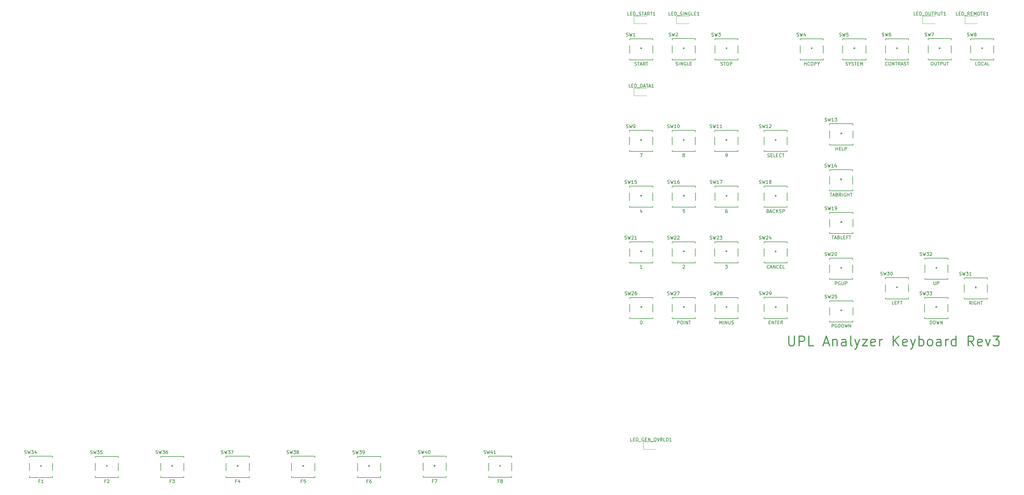
<source format=gbr>
%TF.GenerationSoftware,KiCad,Pcbnew,(5.1.9)-1*%
%TF.CreationDate,2021-03-26T19:35:24+01:00*%
%TF.ProjectId,UPL_Keyboard,55504c5f-4b65-4796-926f-6172642e6b69,2*%
%TF.SameCoordinates,Original*%
%TF.FileFunction,Legend,Top*%
%TF.FilePolarity,Positive*%
%FSLAX46Y46*%
G04 Gerber Fmt 4.6, Leading zero omitted, Abs format (unit mm)*
G04 Created by KiCad (PCBNEW (5.1.9)-1) date 2021-03-26 19:35:24*
%MOMM*%
%LPD*%
G01*
G04 APERTURE LIST*
%ADD10C,0.300000*%
%ADD11C,0.152400*%
%ADD12C,0.120000*%
%ADD13C,0.150000*%
G04 APERTURE END LIST*
D10*
X290160000Y-176917142D02*
X290160000Y-179345714D01*
X290302857Y-179631428D01*
X290445714Y-179774285D01*
X290731428Y-179917142D01*
X291302857Y-179917142D01*
X291588571Y-179774285D01*
X291731428Y-179631428D01*
X291874285Y-179345714D01*
X291874285Y-176917142D01*
X293302857Y-179917142D02*
X293302857Y-176917142D01*
X294445714Y-176917142D01*
X294731428Y-177060000D01*
X294874285Y-177202857D01*
X295017142Y-177488571D01*
X295017142Y-177917142D01*
X294874285Y-178202857D01*
X294731428Y-178345714D01*
X294445714Y-178488571D01*
X293302857Y-178488571D01*
X297731428Y-179917142D02*
X296302857Y-179917142D01*
X296302857Y-176917142D01*
X300874285Y-179060000D02*
X302302857Y-179060000D01*
X300588571Y-179917142D02*
X301588571Y-176917142D01*
X302588571Y-179917142D01*
X303588571Y-177917142D02*
X303588571Y-179917142D01*
X303588571Y-178202857D02*
X303731428Y-178060000D01*
X304017142Y-177917142D01*
X304445714Y-177917142D01*
X304731428Y-178060000D01*
X304874285Y-178345714D01*
X304874285Y-179917142D01*
X307588571Y-179917142D02*
X307588571Y-178345714D01*
X307445714Y-178060000D01*
X307160000Y-177917142D01*
X306588571Y-177917142D01*
X306302857Y-178060000D01*
X307588571Y-179774285D02*
X307302857Y-179917142D01*
X306588571Y-179917142D01*
X306302857Y-179774285D01*
X306160000Y-179488571D01*
X306160000Y-179202857D01*
X306302857Y-178917142D01*
X306588571Y-178774285D01*
X307302857Y-178774285D01*
X307588571Y-178631428D01*
X309445714Y-179917142D02*
X309160000Y-179774285D01*
X309017142Y-179488571D01*
X309017142Y-176917142D01*
X310302857Y-177917142D02*
X311017142Y-179917142D01*
X311731428Y-177917142D02*
X311017142Y-179917142D01*
X310731428Y-180631428D01*
X310588571Y-180774285D01*
X310302857Y-180917142D01*
X312588571Y-177917142D02*
X314160000Y-177917142D01*
X312588571Y-179917142D01*
X314160000Y-179917142D01*
X316445714Y-179774285D02*
X316160000Y-179917142D01*
X315588571Y-179917142D01*
X315302857Y-179774285D01*
X315160000Y-179488571D01*
X315160000Y-178345714D01*
X315302857Y-178060000D01*
X315588571Y-177917142D01*
X316160000Y-177917142D01*
X316445714Y-178060000D01*
X316588571Y-178345714D01*
X316588571Y-178631428D01*
X315160000Y-178917142D01*
X317874285Y-179917142D02*
X317874285Y-177917142D01*
X317874285Y-178488571D02*
X318017142Y-178202857D01*
X318160000Y-178060000D01*
X318445714Y-177917142D01*
X318731428Y-177917142D01*
X322017142Y-179917142D02*
X322017142Y-176917142D01*
X323731428Y-179917142D02*
X322445714Y-178202857D01*
X323731428Y-176917142D02*
X322017142Y-178631428D01*
X326160000Y-179774285D02*
X325874285Y-179917142D01*
X325302857Y-179917142D01*
X325017142Y-179774285D01*
X324874285Y-179488571D01*
X324874285Y-178345714D01*
X325017142Y-178060000D01*
X325302857Y-177917142D01*
X325874285Y-177917142D01*
X326160000Y-178060000D01*
X326302857Y-178345714D01*
X326302857Y-178631428D01*
X324874285Y-178917142D01*
X327302857Y-177917142D02*
X328017142Y-179917142D01*
X328731428Y-177917142D02*
X328017142Y-179917142D01*
X327731428Y-180631428D01*
X327588571Y-180774285D01*
X327302857Y-180917142D01*
X329874285Y-179917142D02*
X329874285Y-176917142D01*
X329874285Y-178060000D02*
X330160000Y-177917142D01*
X330731428Y-177917142D01*
X331017142Y-178060000D01*
X331160000Y-178202857D01*
X331302857Y-178488571D01*
X331302857Y-179345714D01*
X331160000Y-179631428D01*
X331017142Y-179774285D01*
X330731428Y-179917142D01*
X330160000Y-179917142D01*
X329874285Y-179774285D01*
X333017142Y-179917142D02*
X332731428Y-179774285D01*
X332588571Y-179631428D01*
X332445714Y-179345714D01*
X332445714Y-178488571D01*
X332588571Y-178202857D01*
X332731428Y-178060000D01*
X333017142Y-177917142D01*
X333445714Y-177917142D01*
X333731428Y-178060000D01*
X333874285Y-178202857D01*
X334017142Y-178488571D01*
X334017142Y-179345714D01*
X333874285Y-179631428D01*
X333731428Y-179774285D01*
X333445714Y-179917142D01*
X333017142Y-179917142D01*
X336588571Y-179917142D02*
X336588571Y-178345714D01*
X336445714Y-178060000D01*
X336160000Y-177917142D01*
X335588571Y-177917142D01*
X335302857Y-178060000D01*
X336588571Y-179774285D02*
X336302857Y-179917142D01*
X335588571Y-179917142D01*
X335302857Y-179774285D01*
X335160000Y-179488571D01*
X335160000Y-179202857D01*
X335302857Y-178917142D01*
X335588571Y-178774285D01*
X336302857Y-178774285D01*
X336588571Y-178631428D01*
X338017142Y-179917142D02*
X338017142Y-177917142D01*
X338017142Y-178488571D02*
X338160000Y-178202857D01*
X338302857Y-178060000D01*
X338588571Y-177917142D01*
X338874285Y-177917142D01*
X341160000Y-179917142D02*
X341160000Y-176917142D01*
X341160000Y-179774285D02*
X340874285Y-179917142D01*
X340302857Y-179917142D01*
X340017142Y-179774285D01*
X339874285Y-179631428D01*
X339731428Y-179345714D01*
X339731428Y-178488571D01*
X339874285Y-178202857D01*
X340017142Y-178060000D01*
X340302857Y-177917142D01*
X340874285Y-177917142D01*
X341160000Y-178060000D01*
X346588571Y-179917142D02*
X345588571Y-178488571D01*
X344874285Y-179917142D02*
X344874285Y-176917142D01*
X346017142Y-176917142D01*
X346302857Y-177060000D01*
X346445714Y-177202857D01*
X346588571Y-177488571D01*
X346588571Y-177917142D01*
X346445714Y-178202857D01*
X346302857Y-178345714D01*
X346017142Y-178488571D01*
X344874285Y-178488571D01*
X349017142Y-179774285D02*
X348731428Y-179917142D01*
X348160000Y-179917142D01*
X347874285Y-179774285D01*
X347731428Y-179488571D01*
X347731428Y-178345714D01*
X347874285Y-178060000D01*
X348160000Y-177917142D01*
X348731428Y-177917142D01*
X349017142Y-178060000D01*
X349160000Y-178345714D01*
X349160000Y-178631428D01*
X347731428Y-178917142D01*
X350160000Y-177917142D02*
X350874285Y-179917142D01*
X351588571Y-177917142D01*
X352445714Y-176917142D02*
X354302857Y-176917142D01*
X353302857Y-178060000D01*
X353731428Y-178060000D01*
X354017142Y-178202857D01*
X354160000Y-178345714D01*
X354302857Y-178631428D01*
X354302857Y-179345714D01*
X354160000Y-179631428D01*
X354017142Y-179774285D01*
X353731428Y-179917142D01*
X352874285Y-179917142D01*
X352588571Y-179774285D01*
X352445714Y-179631428D01*
D11*
%TO.C,SW41*%
X205690600Y-213991959D02*
X205690600Y-213594200D01*
X205690600Y-217991961D02*
X205690600Y-215648039D01*
X198629400Y-219648041D02*
X198629400Y-220045800D01*
X198629400Y-215648039D02*
X198629400Y-217991961D01*
X198629400Y-213594200D02*
X198629400Y-213991959D01*
X205690600Y-213594200D02*
X198629400Y-213594200D01*
X205690600Y-220045800D02*
X205690600Y-219648041D01*
X198629400Y-220045800D02*
X205690600Y-220045800D01*
%TO.C,SW40*%
X185690600Y-213971959D02*
X185690600Y-213574200D01*
X185690600Y-217971961D02*
X185690600Y-215628039D01*
X178629400Y-219628041D02*
X178629400Y-220025800D01*
X178629400Y-215628039D02*
X178629400Y-217971961D01*
X178629400Y-213574200D02*
X178629400Y-213971959D01*
X185690600Y-213574200D02*
X178629400Y-213574200D01*
X185690600Y-220025800D02*
X185690600Y-219628041D01*
X178629400Y-220025800D02*
X185690600Y-220025800D01*
%TO.C,SW39*%
X165710600Y-214031959D02*
X165710600Y-213634200D01*
X165710600Y-218031961D02*
X165710600Y-215688039D01*
X158649400Y-219688041D02*
X158649400Y-220085800D01*
X158649400Y-215688039D02*
X158649400Y-218031961D01*
X158649400Y-213634200D02*
X158649400Y-214031959D01*
X165710600Y-213634200D02*
X158649400Y-213634200D01*
X165710600Y-220085800D02*
X165710600Y-219688041D01*
X158649400Y-220085800D02*
X165710600Y-220085800D01*
%TO.C,SW38*%
X145630600Y-214011959D02*
X145630600Y-213614200D01*
X145630600Y-218011961D02*
X145630600Y-215668039D01*
X138569400Y-219668041D02*
X138569400Y-220065800D01*
X138569400Y-215668039D02*
X138569400Y-218011961D01*
X138569400Y-213614200D02*
X138569400Y-214011959D01*
X145630600Y-213614200D02*
X138569400Y-213614200D01*
X145630600Y-220065800D02*
X145630600Y-219668041D01*
X138569400Y-220065800D02*
X145630600Y-220065800D01*
%TO.C,SW37*%
X125640600Y-214011959D02*
X125640600Y-213614200D01*
X125640600Y-218011961D02*
X125640600Y-215668039D01*
X118579400Y-219668041D02*
X118579400Y-220065800D01*
X118579400Y-215668039D02*
X118579400Y-218011961D01*
X118579400Y-213614200D02*
X118579400Y-214011959D01*
X125640600Y-213614200D02*
X118579400Y-213614200D01*
X125640600Y-220065800D02*
X125640600Y-219668041D01*
X118579400Y-220065800D02*
X125640600Y-220065800D01*
%TO.C,SW36*%
X105680600Y-214021959D02*
X105680600Y-213624200D01*
X105680600Y-218021961D02*
X105680600Y-215678039D01*
X98619400Y-219678041D02*
X98619400Y-220075800D01*
X98619400Y-215678039D02*
X98619400Y-218021961D01*
X98619400Y-213624200D02*
X98619400Y-214021959D01*
X105680600Y-213624200D02*
X98619400Y-213624200D01*
X105680600Y-220075800D02*
X105680600Y-219678041D01*
X98619400Y-220075800D02*
X105680600Y-220075800D01*
%TO.C,SW35*%
X85730600Y-214021959D02*
X85730600Y-213624200D01*
X85730600Y-218021961D02*
X85730600Y-215678039D01*
X78669400Y-219678041D02*
X78669400Y-220075800D01*
X78669400Y-215678039D02*
X78669400Y-218021961D01*
X78669400Y-213624200D02*
X78669400Y-214021959D01*
X85730600Y-213624200D02*
X78669400Y-213624200D01*
X85730600Y-220075800D02*
X85730600Y-219678041D01*
X78669400Y-220075800D02*
X85730600Y-220075800D01*
%TO.C,SW34*%
X65660600Y-214001959D02*
X65660600Y-213604200D01*
X65660600Y-218001961D02*
X65660600Y-215658039D01*
X58599400Y-219658041D02*
X58599400Y-220055800D01*
X58599400Y-215658039D02*
X58599400Y-218001961D01*
X58599400Y-213604200D02*
X58599400Y-214001959D01*
X65660600Y-213604200D02*
X58599400Y-213604200D01*
X65660600Y-220055800D02*
X65660600Y-219658041D01*
X58599400Y-220055800D02*
X65660600Y-220055800D01*
%TO.C,SW33*%
X338670600Y-165511959D02*
X338670600Y-165114200D01*
X338670600Y-169511961D02*
X338670600Y-167168039D01*
X331609400Y-171168041D02*
X331609400Y-171565800D01*
X331609400Y-167168039D02*
X331609400Y-169511961D01*
X331609400Y-165114200D02*
X331609400Y-165511959D01*
X338670600Y-165114200D02*
X331609400Y-165114200D01*
X338670600Y-171565800D02*
X338670600Y-171168041D01*
X331609400Y-171565800D02*
X338670600Y-171565800D01*
%TO.C,SW32*%
X338690600Y-153531959D02*
X338690600Y-153134200D01*
X338690600Y-157531961D02*
X338690600Y-155188039D01*
X331629400Y-159188041D02*
X331629400Y-159585800D01*
X331629400Y-155188039D02*
X331629400Y-157531961D01*
X331629400Y-153134200D02*
X331629400Y-153531959D01*
X338690600Y-153134200D02*
X331629400Y-153134200D01*
X338690600Y-159585800D02*
X338690600Y-159188041D01*
X331629400Y-159585800D02*
X338690600Y-159585800D01*
%TO.C,SW31*%
X350720600Y-159521959D02*
X350720600Y-159124200D01*
X350720600Y-163521961D02*
X350720600Y-161178039D01*
X343659400Y-165178041D02*
X343659400Y-165575800D01*
X343659400Y-161178039D02*
X343659400Y-163521961D01*
X343659400Y-159124200D02*
X343659400Y-159521959D01*
X350720600Y-159124200D02*
X343659400Y-159124200D01*
X350720600Y-165575800D02*
X350720600Y-165178041D01*
X343659400Y-165575800D02*
X350720600Y-165575800D01*
%TO.C,SW30*%
X326680600Y-159491959D02*
X326680600Y-159094200D01*
X326680600Y-163491961D02*
X326680600Y-161148039D01*
X319619400Y-165148041D02*
X319619400Y-165545800D01*
X319619400Y-161148039D02*
X319619400Y-163491961D01*
X319619400Y-159094200D02*
X319619400Y-159491959D01*
X326680600Y-159094200D02*
X319619400Y-159094200D01*
X326680600Y-165545800D02*
X326680600Y-165148041D01*
X319619400Y-165545800D02*
X326680600Y-165545800D01*
%TO.C,SW29*%
X289700600Y-165501959D02*
X289700600Y-165104200D01*
X289700600Y-169501961D02*
X289700600Y-167158039D01*
X282639400Y-171158041D02*
X282639400Y-171555800D01*
X282639400Y-167158039D02*
X282639400Y-169501961D01*
X282639400Y-165104200D02*
X282639400Y-165501959D01*
X289700600Y-165104200D02*
X282639400Y-165104200D01*
X289700600Y-171555800D02*
X289700600Y-171158041D01*
X282639400Y-171555800D02*
X289700600Y-171555800D01*
%TO.C,SW28*%
X274710600Y-165511959D02*
X274710600Y-165114200D01*
X274710600Y-169511961D02*
X274710600Y-167168039D01*
X267649400Y-171168041D02*
X267649400Y-171565800D01*
X267649400Y-167168039D02*
X267649400Y-169511961D01*
X267649400Y-165114200D02*
X267649400Y-165511959D01*
X274710600Y-165114200D02*
X267649400Y-165114200D01*
X274710600Y-171565800D02*
X274710600Y-171168041D01*
X267649400Y-171565800D02*
X274710600Y-171565800D01*
%TO.C,SW27*%
X261680600Y-165521959D02*
X261680600Y-165124200D01*
X261680600Y-169521961D02*
X261680600Y-167178039D01*
X254619400Y-171178041D02*
X254619400Y-171575800D01*
X254619400Y-167178039D02*
X254619400Y-169521961D01*
X254619400Y-165124200D02*
X254619400Y-165521959D01*
X261680600Y-165124200D02*
X254619400Y-165124200D01*
X261680600Y-171575800D02*
X261680600Y-171178041D01*
X254619400Y-171575800D02*
X261680600Y-171575800D01*
%TO.C,SW26*%
X248720600Y-165511959D02*
X248720600Y-165114200D01*
X248720600Y-169511961D02*
X248720600Y-167168039D01*
X241659400Y-171168041D02*
X241659400Y-171565800D01*
X241659400Y-167168039D02*
X241659400Y-169511961D01*
X241659400Y-165114200D02*
X241659400Y-165511959D01*
X248720600Y-165114200D02*
X241659400Y-165114200D01*
X248720600Y-171565800D02*
X248720600Y-171168041D01*
X241659400Y-171565800D02*
X248720600Y-171565800D01*
%TO.C,SW25*%
X309710600Y-166521959D02*
X309710600Y-166124200D01*
X309710600Y-170521961D02*
X309710600Y-168178039D01*
X302649400Y-172178041D02*
X302649400Y-172575800D01*
X302649400Y-168178039D02*
X302649400Y-170521961D01*
X302649400Y-166124200D02*
X302649400Y-166521959D01*
X309710600Y-166124200D02*
X302649400Y-166124200D01*
X309710600Y-172575800D02*
X309710600Y-172178041D01*
X302649400Y-172575800D02*
X309710600Y-172575800D01*
%TO.C,SW24*%
X289680600Y-148521959D02*
X289680600Y-148124200D01*
X289680600Y-152521961D02*
X289680600Y-150178039D01*
X282619400Y-154178041D02*
X282619400Y-154575800D01*
X282619400Y-150178039D02*
X282619400Y-152521961D01*
X282619400Y-148124200D02*
X282619400Y-148521959D01*
X289680600Y-148124200D02*
X282619400Y-148124200D01*
X289680600Y-154575800D02*
X289680600Y-154178041D01*
X282619400Y-154575800D02*
X289680600Y-154575800D01*
%TO.C,SW23*%
X274670600Y-148511959D02*
X274670600Y-148114200D01*
X274670600Y-152511961D02*
X274670600Y-150168039D01*
X267609400Y-154168041D02*
X267609400Y-154565800D01*
X267609400Y-150168039D02*
X267609400Y-152511961D01*
X267609400Y-148114200D02*
X267609400Y-148511959D01*
X274670600Y-148114200D02*
X267609400Y-148114200D01*
X274670600Y-154565800D02*
X274670600Y-154168041D01*
X267609400Y-154565800D02*
X274670600Y-154565800D01*
%TO.C,SW22*%
X261680600Y-148511959D02*
X261680600Y-148114200D01*
X261680600Y-152511961D02*
X261680600Y-150168039D01*
X254619400Y-154168041D02*
X254619400Y-154565800D01*
X254619400Y-150168039D02*
X254619400Y-152511961D01*
X254619400Y-148114200D02*
X254619400Y-148511959D01*
X261680600Y-148114200D02*
X254619400Y-148114200D01*
X261680600Y-154565800D02*
X261680600Y-154168041D01*
X254619400Y-154565800D02*
X261680600Y-154565800D01*
%TO.C,SW21*%
X248680600Y-148501959D02*
X248680600Y-148104200D01*
X248680600Y-152501961D02*
X248680600Y-150158039D01*
X241619400Y-154158041D02*
X241619400Y-154555800D01*
X241619400Y-150158039D02*
X241619400Y-152501961D01*
X241619400Y-148104200D02*
X241619400Y-148501959D01*
X248680600Y-148104200D02*
X241619400Y-148104200D01*
X248680600Y-154555800D02*
X248680600Y-154158041D01*
X241619400Y-154555800D02*
X248680600Y-154555800D01*
%TO.C,SW20*%
X309670600Y-153521959D02*
X309670600Y-153124200D01*
X309670600Y-157521961D02*
X309670600Y-155178039D01*
X302609400Y-159178041D02*
X302609400Y-159575800D01*
X302609400Y-155178039D02*
X302609400Y-157521961D01*
X302609400Y-153124200D02*
X302609400Y-153521959D01*
X309670600Y-153124200D02*
X302609400Y-153124200D01*
X309670600Y-159575800D02*
X309670600Y-159178041D01*
X302609400Y-159575800D02*
X309670600Y-159575800D01*
%TO.C,SW19*%
X309710600Y-139541959D02*
X309710600Y-139144200D01*
X309710600Y-143541961D02*
X309710600Y-141198039D01*
X302649400Y-145198041D02*
X302649400Y-145595800D01*
X302649400Y-141198039D02*
X302649400Y-143541961D01*
X302649400Y-139144200D02*
X302649400Y-139541959D01*
X309710600Y-139144200D02*
X302649400Y-139144200D01*
X309710600Y-145595800D02*
X309710600Y-145198041D01*
X302649400Y-145595800D02*
X309710600Y-145595800D01*
%TO.C,SW18*%
X289690600Y-131511959D02*
X289690600Y-131114200D01*
X289690600Y-135511961D02*
X289690600Y-133168039D01*
X282629400Y-137168041D02*
X282629400Y-137565800D01*
X282629400Y-133168039D02*
X282629400Y-135511961D01*
X282629400Y-131114200D02*
X282629400Y-131511959D01*
X289690600Y-131114200D02*
X282629400Y-131114200D01*
X289690600Y-137565800D02*
X289690600Y-137168041D01*
X282629400Y-137565800D02*
X289690600Y-137565800D01*
%TO.C,SW17*%
X274690600Y-131521959D02*
X274690600Y-131124200D01*
X274690600Y-135521961D02*
X274690600Y-133178039D01*
X267629400Y-137178041D02*
X267629400Y-137575800D01*
X267629400Y-133178039D02*
X267629400Y-135521961D01*
X267629400Y-131124200D02*
X267629400Y-131521959D01*
X274690600Y-131124200D02*
X267629400Y-131124200D01*
X274690600Y-137575800D02*
X274690600Y-137178041D01*
X267629400Y-137575800D02*
X274690600Y-137575800D01*
%TO.C,SW16*%
X261690600Y-131511959D02*
X261690600Y-131114200D01*
X261690600Y-135511961D02*
X261690600Y-133168039D01*
X254629400Y-137168041D02*
X254629400Y-137565800D01*
X254629400Y-133168039D02*
X254629400Y-135511961D01*
X254629400Y-131114200D02*
X254629400Y-131511959D01*
X261690600Y-131114200D02*
X254629400Y-131114200D01*
X261690600Y-137565800D02*
X261690600Y-137168041D01*
X254629400Y-137565800D02*
X261690600Y-137565800D01*
%TO.C,SW15*%
X248660600Y-131521959D02*
X248660600Y-131124200D01*
X248660600Y-135521961D02*
X248660600Y-133178039D01*
X241599400Y-137178041D02*
X241599400Y-137575800D01*
X241599400Y-133178039D02*
X241599400Y-135521961D01*
X241599400Y-131124200D02*
X241599400Y-131521959D01*
X248660600Y-131124200D02*
X241599400Y-131124200D01*
X248660600Y-137575800D02*
X248660600Y-137178041D01*
X241599400Y-137575800D02*
X248660600Y-137575800D01*
%TO.C,SW14*%
X309640600Y-126501959D02*
X309640600Y-126104200D01*
X309640600Y-130501961D02*
X309640600Y-128158039D01*
X302579400Y-132158041D02*
X302579400Y-132555800D01*
X302579400Y-128158039D02*
X302579400Y-130501961D01*
X302579400Y-126104200D02*
X302579400Y-126501959D01*
X309640600Y-126104200D02*
X302579400Y-126104200D01*
X309640600Y-132555800D02*
X309640600Y-132158041D01*
X302579400Y-132555800D02*
X309640600Y-132555800D01*
%TO.C,SW13*%
X309690600Y-112491959D02*
X309690600Y-112094200D01*
X309690600Y-116491961D02*
X309690600Y-114148039D01*
X302629400Y-118148041D02*
X302629400Y-118545800D01*
X302629400Y-114148039D02*
X302629400Y-116491961D01*
X302629400Y-112094200D02*
X302629400Y-112491959D01*
X309690600Y-112094200D02*
X302629400Y-112094200D01*
X309690600Y-118545800D02*
X309690600Y-118148041D01*
X302629400Y-118545800D02*
X309690600Y-118545800D01*
%TO.C,SW12*%
X289690600Y-114511959D02*
X289690600Y-114114200D01*
X289690600Y-118511961D02*
X289690600Y-116168039D01*
X282629400Y-120168041D02*
X282629400Y-120565800D01*
X282629400Y-116168039D02*
X282629400Y-118511961D01*
X282629400Y-114114200D02*
X282629400Y-114511959D01*
X289690600Y-114114200D02*
X282629400Y-114114200D01*
X289690600Y-120565800D02*
X289690600Y-120168041D01*
X282629400Y-120565800D02*
X289690600Y-120565800D01*
%TO.C,SW11*%
X274670600Y-114491959D02*
X274670600Y-114094200D01*
X274670600Y-118491961D02*
X274670600Y-116148039D01*
X267609400Y-120148041D02*
X267609400Y-120545800D01*
X267609400Y-116148039D02*
X267609400Y-118491961D01*
X267609400Y-114094200D02*
X267609400Y-114491959D01*
X274670600Y-114094200D02*
X267609400Y-114094200D01*
X274670600Y-120545800D02*
X274670600Y-120148041D01*
X267609400Y-120545800D02*
X274670600Y-120545800D01*
%TO.C,SW10*%
X261670600Y-114501959D02*
X261670600Y-114104200D01*
X261670600Y-118501961D02*
X261670600Y-116158039D01*
X254609400Y-120158041D02*
X254609400Y-120555800D01*
X254609400Y-116158039D02*
X254609400Y-118501961D01*
X254609400Y-114104200D02*
X254609400Y-114501959D01*
X261670600Y-114104200D02*
X254609400Y-114104200D01*
X261670600Y-120555800D02*
X261670600Y-120158041D01*
X254609400Y-120555800D02*
X261670600Y-120555800D01*
%TO.C,SW9*%
X248660600Y-114511959D02*
X248660600Y-114114200D01*
X248660600Y-118511961D02*
X248660600Y-116168039D01*
X241599400Y-120168041D02*
X241599400Y-120565800D01*
X241599400Y-116168039D02*
X241599400Y-118511961D01*
X241599400Y-114114200D02*
X241599400Y-114511959D01*
X248660600Y-114114200D02*
X241599400Y-114114200D01*
X248660600Y-120565800D02*
X248660600Y-120168041D01*
X241599400Y-120565800D02*
X248660600Y-120565800D01*
%TO.C,SW8*%
X352670600Y-86511959D02*
X352670600Y-86114200D01*
X352670600Y-90511961D02*
X352670600Y-88168039D01*
X345609400Y-92168041D02*
X345609400Y-92565800D01*
X345609400Y-88168039D02*
X345609400Y-90511961D01*
X345609400Y-86114200D02*
X345609400Y-86511959D01*
X352670600Y-86114200D02*
X345609400Y-86114200D01*
X352670600Y-92565800D02*
X352670600Y-92168041D01*
X345609400Y-92565800D02*
X352670600Y-92565800D01*
%TO.C,SW7*%
X339700600Y-86501959D02*
X339700600Y-86104200D01*
X339700600Y-90501961D02*
X339700600Y-88158039D01*
X332639400Y-92158041D02*
X332639400Y-92555800D01*
X332639400Y-88158039D02*
X332639400Y-90501961D01*
X332639400Y-86104200D02*
X332639400Y-86501959D01*
X339700600Y-86104200D02*
X332639400Y-86104200D01*
X339700600Y-92555800D02*
X339700600Y-92158041D01*
X332639400Y-92555800D02*
X339700600Y-92555800D01*
%TO.C,SW6*%
X326680600Y-86511959D02*
X326680600Y-86114200D01*
X326680600Y-90511961D02*
X326680600Y-88168039D01*
X319619400Y-92168041D02*
X319619400Y-92565800D01*
X319619400Y-88168039D02*
X319619400Y-90511961D01*
X319619400Y-86114200D02*
X319619400Y-86511959D01*
X326680600Y-86114200D02*
X319619400Y-86114200D01*
X326680600Y-92565800D02*
X326680600Y-92168041D01*
X319619400Y-92565800D02*
X326680600Y-92565800D01*
%TO.C,SW5*%
X313670600Y-86531959D02*
X313670600Y-86134200D01*
X313670600Y-90531961D02*
X313670600Y-88188039D01*
X306609400Y-92188041D02*
X306609400Y-92585800D01*
X306609400Y-88188039D02*
X306609400Y-90531961D01*
X306609400Y-86134200D02*
X306609400Y-86531959D01*
X313670600Y-86134200D02*
X306609400Y-86134200D01*
X313670600Y-92585800D02*
X313670600Y-92188041D01*
X306609400Y-92585800D02*
X313670600Y-92585800D01*
%TO.C,SW4*%
X300680600Y-86521959D02*
X300680600Y-86124200D01*
X300680600Y-90521961D02*
X300680600Y-88178039D01*
X293619400Y-92178041D02*
X293619400Y-92575800D01*
X293619400Y-88178039D02*
X293619400Y-90521961D01*
X293619400Y-86124200D02*
X293619400Y-86521959D01*
X300680600Y-86124200D02*
X293619400Y-86124200D01*
X300680600Y-92575800D02*
X300680600Y-92178041D01*
X293619400Y-92575800D02*
X300680600Y-92575800D01*
%TO.C,SW3*%
X274680600Y-86531959D02*
X274680600Y-86134200D01*
X274680600Y-90531961D02*
X274680600Y-88188039D01*
X267619400Y-92188041D02*
X267619400Y-92585800D01*
X267619400Y-88188039D02*
X267619400Y-90531961D01*
X267619400Y-86134200D02*
X267619400Y-86531959D01*
X274680600Y-86134200D02*
X267619400Y-86134200D01*
X274680600Y-92585800D02*
X274680600Y-92188041D01*
X267619400Y-92585800D02*
X274680600Y-92585800D01*
%TO.C,SW2*%
X261670600Y-86501959D02*
X261670600Y-86104200D01*
X261670600Y-90501961D02*
X261670600Y-88158039D01*
X254609400Y-92158041D02*
X254609400Y-92555800D01*
X254609400Y-88158039D02*
X254609400Y-90501961D01*
X254609400Y-86104200D02*
X254609400Y-86501959D01*
X261670600Y-86104200D02*
X254609400Y-86104200D01*
X261670600Y-92555800D02*
X261670600Y-92158041D01*
X254609400Y-92555800D02*
X261670600Y-92555800D01*
%TO.C,SW1*%
X248680600Y-86521959D02*
X248680600Y-86124200D01*
X248680600Y-90521961D02*
X248680600Y-88178039D01*
X241619400Y-92178041D02*
X241619400Y-92575800D01*
X241619400Y-88178039D02*
X241619400Y-90521961D01*
X241619400Y-86124200D02*
X241619400Y-86521959D01*
X248680600Y-86124200D02*
X241619400Y-86124200D01*
X248680600Y-92575800D02*
X248680600Y-92178041D01*
X241619400Y-92575800D02*
X248680600Y-92575800D01*
D12*
%TO.C,LED_START1*%
X242925000Y-81485000D02*
X246810000Y-81485000D01*
X242925000Y-79215000D02*
X242925000Y-81485000D01*
X246810000Y-79215000D02*
X242925000Y-79215000D01*
%TO.C,LED_SINGLE1*%
X255915000Y-81475000D02*
X259800000Y-81475000D01*
X255915000Y-79205000D02*
X255915000Y-81475000D01*
X259800000Y-79205000D02*
X255915000Y-79205000D01*
%TO.C,LED_REMOTE1*%
X343815000Y-81485000D02*
X347700000Y-81485000D01*
X343815000Y-79215000D02*
X343815000Y-81485000D01*
X347700000Y-79215000D02*
X343815000Y-79215000D01*
%TO.C,LED_OUTPUT1*%
X330865000Y-81475000D02*
X334750000Y-81475000D01*
X330865000Y-79205000D02*
X330865000Y-81475000D01*
X334750000Y-79205000D02*
X330865000Y-79205000D01*
%TO.C,LED_GEN_OVRLD1*%
X245835000Y-211485000D02*
X249720000Y-211485000D01*
X245835000Y-209215000D02*
X245835000Y-211485000D01*
X249720000Y-209215000D02*
X245835000Y-209215000D01*
%TO.C,LED_DATA1*%
X242905000Y-103485000D02*
X246790000Y-103485000D01*
X242905000Y-101215000D02*
X242905000Y-103485000D01*
X246790000Y-101215000D02*
X242905000Y-101215000D01*
%TO.C,SW41*%
D13*
X197175476Y-212779761D02*
X197318333Y-212827380D01*
X197556428Y-212827380D01*
X197651666Y-212779761D01*
X197699285Y-212732142D01*
X197746904Y-212636904D01*
X197746904Y-212541666D01*
X197699285Y-212446428D01*
X197651666Y-212398809D01*
X197556428Y-212351190D01*
X197365952Y-212303571D01*
X197270714Y-212255952D01*
X197223095Y-212208333D01*
X197175476Y-212113095D01*
X197175476Y-212017857D01*
X197223095Y-211922619D01*
X197270714Y-211875000D01*
X197365952Y-211827380D01*
X197604047Y-211827380D01*
X197746904Y-211875000D01*
X198080238Y-211827380D02*
X198318333Y-212827380D01*
X198508809Y-212113095D01*
X198699285Y-212827380D01*
X198937380Y-211827380D01*
X199746904Y-212160714D02*
X199746904Y-212827380D01*
X199508809Y-211779761D02*
X199270714Y-212494047D01*
X199889761Y-212494047D01*
X200794523Y-212827380D02*
X200223095Y-212827380D01*
X200508809Y-212827380D02*
X200508809Y-211827380D01*
X200413571Y-211970238D01*
X200318333Y-212065476D01*
X200223095Y-212113095D01*
X201826666Y-221193571D02*
X201493333Y-221193571D01*
X201493333Y-221717380D02*
X201493333Y-220717380D01*
X201969523Y-220717380D01*
X202493333Y-221145952D02*
X202398095Y-221098333D01*
X202350476Y-221050714D01*
X202302857Y-220955476D01*
X202302857Y-220907857D01*
X202350476Y-220812619D01*
X202398095Y-220765000D01*
X202493333Y-220717380D01*
X202683809Y-220717380D01*
X202779047Y-220765000D01*
X202826666Y-220812619D01*
X202874285Y-220907857D01*
X202874285Y-220955476D01*
X202826666Y-221050714D01*
X202779047Y-221098333D01*
X202683809Y-221145952D01*
X202493333Y-221145952D01*
X202398095Y-221193571D01*
X202350476Y-221241190D01*
X202302857Y-221336428D01*
X202302857Y-221526904D01*
X202350476Y-221622142D01*
X202398095Y-221669761D01*
X202493333Y-221717380D01*
X202683809Y-221717380D01*
X202779047Y-221669761D01*
X202826666Y-221622142D01*
X202874285Y-221526904D01*
X202874285Y-221336428D01*
X202826666Y-221241190D01*
X202779047Y-221193571D01*
X202683809Y-221145952D01*
X202160000Y-216272380D02*
X202160000Y-216510476D01*
X201921904Y-216415238D02*
X202160000Y-216510476D01*
X202398095Y-216415238D01*
X202017142Y-216700952D02*
X202160000Y-216510476D01*
X202302857Y-216700952D01*
%TO.C,SW40*%
X177175476Y-212759761D02*
X177318333Y-212807380D01*
X177556428Y-212807380D01*
X177651666Y-212759761D01*
X177699285Y-212712142D01*
X177746904Y-212616904D01*
X177746904Y-212521666D01*
X177699285Y-212426428D01*
X177651666Y-212378809D01*
X177556428Y-212331190D01*
X177365952Y-212283571D01*
X177270714Y-212235952D01*
X177223095Y-212188333D01*
X177175476Y-212093095D01*
X177175476Y-211997857D01*
X177223095Y-211902619D01*
X177270714Y-211855000D01*
X177365952Y-211807380D01*
X177604047Y-211807380D01*
X177746904Y-211855000D01*
X178080238Y-211807380D02*
X178318333Y-212807380D01*
X178508809Y-212093095D01*
X178699285Y-212807380D01*
X178937380Y-211807380D01*
X179746904Y-212140714D02*
X179746904Y-212807380D01*
X179508809Y-211759761D02*
X179270714Y-212474047D01*
X179889761Y-212474047D01*
X180461190Y-211807380D02*
X180556428Y-211807380D01*
X180651666Y-211855000D01*
X180699285Y-211902619D01*
X180746904Y-211997857D01*
X180794523Y-212188333D01*
X180794523Y-212426428D01*
X180746904Y-212616904D01*
X180699285Y-212712142D01*
X180651666Y-212759761D01*
X180556428Y-212807380D01*
X180461190Y-212807380D01*
X180365952Y-212759761D01*
X180318333Y-212712142D01*
X180270714Y-212616904D01*
X180223095Y-212426428D01*
X180223095Y-212188333D01*
X180270714Y-211997857D01*
X180318333Y-211902619D01*
X180365952Y-211855000D01*
X180461190Y-211807380D01*
X181826666Y-221173571D02*
X181493333Y-221173571D01*
X181493333Y-221697380D02*
X181493333Y-220697380D01*
X181969523Y-220697380D01*
X182255238Y-220697380D02*
X182921904Y-220697380D01*
X182493333Y-221697380D01*
X182160000Y-216252380D02*
X182160000Y-216490476D01*
X181921904Y-216395238D02*
X182160000Y-216490476D01*
X182398095Y-216395238D01*
X182017142Y-216680952D02*
X182160000Y-216490476D01*
X182302857Y-216680952D01*
%TO.C,SW39*%
X157195476Y-212819761D02*
X157338333Y-212867380D01*
X157576428Y-212867380D01*
X157671666Y-212819761D01*
X157719285Y-212772142D01*
X157766904Y-212676904D01*
X157766904Y-212581666D01*
X157719285Y-212486428D01*
X157671666Y-212438809D01*
X157576428Y-212391190D01*
X157385952Y-212343571D01*
X157290714Y-212295952D01*
X157243095Y-212248333D01*
X157195476Y-212153095D01*
X157195476Y-212057857D01*
X157243095Y-211962619D01*
X157290714Y-211915000D01*
X157385952Y-211867380D01*
X157624047Y-211867380D01*
X157766904Y-211915000D01*
X158100238Y-211867380D02*
X158338333Y-212867380D01*
X158528809Y-212153095D01*
X158719285Y-212867380D01*
X158957380Y-211867380D01*
X159243095Y-211867380D02*
X159862142Y-211867380D01*
X159528809Y-212248333D01*
X159671666Y-212248333D01*
X159766904Y-212295952D01*
X159814523Y-212343571D01*
X159862142Y-212438809D01*
X159862142Y-212676904D01*
X159814523Y-212772142D01*
X159766904Y-212819761D01*
X159671666Y-212867380D01*
X159385952Y-212867380D01*
X159290714Y-212819761D01*
X159243095Y-212772142D01*
X160338333Y-212867380D02*
X160528809Y-212867380D01*
X160624047Y-212819761D01*
X160671666Y-212772142D01*
X160766904Y-212629285D01*
X160814523Y-212438809D01*
X160814523Y-212057857D01*
X160766904Y-211962619D01*
X160719285Y-211915000D01*
X160624047Y-211867380D01*
X160433571Y-211867380D01*
X160338333Y-211915000D01*
X160290714Y-211962619D01*
X160243095Y-212057857D01*
X160243095Y-212295952D01*
X160290714Y-212391190D01*
X160338333Y-212438809D01*
X160433571Y-212486428D01*
X160624047Y-212486428D01*
X160719285Y-212438809D01*
X160766904Y-212391190D01*
X160814523Y-212295952D01*
X161846666Y-221233571D02*
X161513333Y-221233571D01*
X161513333Y-221757380D02*
X161513333Y-220757380D01*
X161989523Y-220757380D01*
X162799047Y-220757380D02*
X162608571Y-220757380D01*
X162513333Y-220805000D01*
X162465714Y-220852619D01*
X162370476Y-220995476D01*
X162322857Y-221185952D01*
X162322857Y-221566904D01*
X162370476Y-221662142D01*
X162418095Y-221709761D01*
X162513333Y-221757380D01*
X162703809Y-221757380D01*
X162799047Y-221709761D01*
X162846666Y-221662142D01*
X162894285Y-221566904D01*
X162894285Y-221328809D01*
X162846666Y-221233571D01*
X162799047Y-221185952D01*
X162703809Y-221138333D01*
X162513333Y-221138333D01*
X162418095Y-221185952D01*
X162370476Y-221233571D01*
X162322857Y-221328809D01*
X162180000Y-216312380D02*
X162180000Y-216550476D01*
X161941904Y-216455238D02*
X162180000Y-216550476D01*
X162418095Y-216455238D01*
X162037142Y-216740952D02*
X162180000Y-216550476D01*
X162322857Y-216740952D01*
%TO.C,SW38*%
X137115476Y-212799761D02*
X137258333Y-212847380D01*
X137496428Y-212847380D01*
X137591666Y-212799761D01*
X137639285Y-212752142D01*
X137686904Y-212656904D01*
X137686904Y-212561666D01*
X137639285Y-212466428D01*
X137591666Y-212418809D01*
X137496428Y-212371190D01*
X137305952Y-212323571D01*
X137210714Y-212275952D01*
X137163095Y-212228333D01*
X137115476Y-212133095D01*
X137115476Y-212037857D01*
X137163095Y-211942619D01*
X137210714Y-211895000D01*
X137305952Y-211847380D01*
X137544047Y-211847380D01*
X137686904Y-211895000D01*
X138020238Y-211847380D02*
X138258333Y-212847380D01*
X138448809Y-212133095D01*
X138639285Y-212847380D01*
X138877380Y-211847380D01*
X139163095Y-211847380D02*
X139782142Y-211847380D01*
X139448809Y-212228333D01*
X139591666Y-212228333D01*
X139686904Y-212275952D01*
X139734523Y-212323571D01*
X139782142Y-212418809D01*
X139782142Y-212656904D01*
X139734523Y-212752142D01*
X139686904Y-212799761D01*
X139591666Y-212847380D01*
X139305952Y-212847380D01*
X139210714Y-212799761D01*
X139163095Y-212752142D01*
X140353571Y-212275952D02*
X140258333Y-212228333D01*
X140210714Y-212180714D01*
X140163095Y-212085476D01*
X140163095Y-212037857D01*
X140210714Y-211942619D01*
X140258333Y-211895000D01*
X140353571Y-211847380D01*
X140544047Y-211847380D01*
X140639285Y-211895000D01*
X140686904Y-211942619D01*
X140734523Y-212037857D01*
X140734523Y-212085476D01*
X140686904Y-212180714D01*
X140639285Y-212228333D01*
X140544047Y-212275952D01*
X140353571Y-212275952D01*
X140258333Y-212323571D01*
X140210714Y-212371190D01*
X140163095Y-212466428D01*
X140163095Y-212656904D01*
X140210714Y-212752142D01*
X140258333Y-212799761D01*
X140353571Y-212847380D01*
X140544047Y-212847380D01*
X140639285Y-212799761D01*
X140686904Y-212752142D01*
X140734523Y-212656904D01*
X140734523Y-212466428D01*
X140686904Y-212371190D01*
X140639285Y-212323571D01*
X140544047Y-212275952D01*
X141766666Y-221213571D02*
X141433333Y-221213571D01*
X141433333Y-221737380D02*
X141433333Y-220737380D01*
X141909523Y-220737380D01*
X142766666Y-220737380D02*
X142290476Y-220737380D01*
X142242857Y-221213571D01*
X142290476Y-221165952D01*
X142385714Y-221118333D01*
X142623809Y-221118333D01*
X142719047Y-221165952D01*
X142766666Y-221213571D01*
X142814285Y-221308809D01*
X142814285Y-221546904D01*
X142766666Y-221642142D01*
X142719047Y-221689761D01*
X142623809Y-221737380D01*
X142385714Y-221737380D01*
X142290476Y-221689761D01*
X142242857Y-221642142D01*
X142100000Y-216292380D02*
X142100000Y-216530476D01*
X141861904Y-216435238D02*
X142100000Y-216530476D01*
X142338095Y-216435238D01*
X141957142Y-216720952D02*
X142100000Y-216530476D01*
X142242857Y-216720952D01*
%TO.C,SW37*%
X117125476Y-212799761D02*
X117268333Y-212847380D01*
X117506428Y-212847380D01*
X117601666Y-212799761D01*
X117649285Y-212752142D01*
X117696904Y-212656904D01*
X117696904Y-212561666D01*
X117649285Y-212466428D01*
X117601666Y-212418809D01*
X117506428Y-212371190D01*
X117315952Y-212323571D01*
X117220714Y-212275952D01*
X117173095Y-212228333D01*
X117125476Y-212133095D01*
X117125476Y-212037857D01*
X117173095Y-211942619D01*
X117220714Y-211895000D01*
X117315952Y-211847380D01*
X117554047Y-211847380D01*
X117696904Y-211895000D01*
X118030238Y-211847380D02*
X118268333Y-212847380D01*
X118458809Y-212133095D01*
X118649285Y-212847380D01*
X118887380Y-211847380D01*
X119173095Y-211847380D02*
X119792142Y-211847380D01*
X119458809Y-212228333D01*
X119601666Y-212228333D01*
X119696904Y-212275952D01*
X119744523Y-212323571D01*
X119792142Y-212418809D01*
X119792142Y-212656904D01*
X119744523Y-212752142D01*
X119696904Y-212799761D01*
X119601666Y-212847380D01*
X119315952Y-212847380D01*
X119220714Y-212799761D01*
X119173095Y-212752142D01*
X120125476Y-211847380D02*
X120792142Y-211847380D01*
X120363571Y-212847380D01*
X121776666Y-221213571D02*
X121443333Y-221213571D01*
X121443333Y-221737380D02*
X121443333Y-220737380D01*
X121919523Y-220737380D01*
X122729047Y-221070714D02*
X122729047Y-221737380D01*
X122490952Y-220689761D02*
X122252857Y-221404047D01*
X122871904Y-221404047D01*
X122110000Y-216292380D02*
X122110000Y-216530476D01*
X121871904Y-216435238D02*
X122110000Y-216530476D01*
X122348095Y-216435238D01*
X121967142Y-216720952D02*
X122110000Y-216530476D01*
X122252857Y-216720952D01*
%TO.C,SW36*%
X97165476Y-212809761D02*
X97308333Y-212857380D01*
X97546428Y-212857380D01*
X97641666Y-212809761D01*
X97689285Y-212762142D01*
X97736904Y-212666904D01*
X97736904Y-212571666D01*
X97689285Y-212476428D01*
X97641666Y-212428809D01*
X97546428Y-212381190D01*
X97355952Y-212333571D01*
X97260714Y-212285952D01*
X97213095Y-212238333D01*
X97165476Y-212143095D01*
X97165476Y-212047857D01*
X97213095Y-211952619D01*
X97260714Y-211905000D01*
X97355952Y-211857380D01*
X97594047Y-211857380D01*
X97736904Y-211905000D01*
X98070238Y-211857380D02*
X98308333Y-212857380D01*
X98498809Y-212143095D01*
X98689285Y-212857380D01*
X98927380Y-211857380D01*
X99213095Y-211857380D02*
X99832142Y-211857380D01*
X99498809Y-212238333D01*
X99641666Y-212238333D01*
X99736904Y-212285952D01*
X99784523Y-212333571D01*
X99832142Y-212428809D01*
X99832142Y-212666904D01*
X99784523Y-212762142D01*
X99736904Y-212809761D01*
X99641666Y-212857380D01*
X99355952Y-212857380D01*
X99260714Y-212809761D01*
X99213095Y-212762142D01*
X100689285Y-211857380D02*
X100498809Y-211857380D01*
X100403571Y-211905000D01*
X100355952Y-211952619D01*
X100260714Y-212095476D01*
X100213095Y-212285952D01*
X100213095Y-212666904D01*
X100260714Y-212762142D01*
X100308333Y-212809761D01*
X100403571Y-212857380D01*
X100594047Y-212857380D01*
X100689285Y-212809761D01*
X100736904Y-212762142D01*
X100784523Y-212666904D01*
X100784523Y-212428809D01*
X100736904Y-212333571D01*
X100689285Y-212285952D01*
X100594047Y-212238333D01*
X100403571Y-212238333D01*
X100308333Y-212285952D01*
X100260714Y-212333571D01*
X100213095Y-212428809D01*
X101816666Y-221223571D02*
X101483333Y-221223571D01*
X101483333Y-221747380D02*
X101483333Y-220747380D01*
X101959523Y-220747380D01*
X102245238Y-220747380D02*
X102864285Y-220747380D01*
X102530952Y-221128333D01*
X102673809Y-221128333D01*
X102769047Y-221175952D01*
X102816666Y-221223571D01*
X102864285Y-221318809D01*
X102864285Y-221556904D01*
X102816666Y-221652142D01*
X102769047Y-221699761D01*
X102673809Y-221747380D01*
X102388095Y-221747380D01*
X102292857Y-221699761D01*
X102245238Y-221652142D01*
X102150000Y-216302380D02*
X102150000Y-216540476D01*
X101911904Y-216445238D02*
X102150000Y-216540476D01*
X102388095Y-216445238D01*
X102007142Y-216730952D02*
X102150000Y-216540476D01*
X102292857Y-216730952D01*
%TO.C,SW35*%
X77215476Y-212809761D02*
X77358333Y-212857380D01*
X77596428Y-212857380D01*
X77691666Y-212809761D01*
X77739285Y-212762142D01*
X77786904Y-212666904D01*
X77786904Y-212571666D01*
X77739285Y-212476428D01*
X77691666Y-212428809D01*
X77596428Y-212381190D01*
X77405952Y-212333571D01*
X77310714Y-212285952D01*
X77263095Y-212238333D01*
X77215476Y-212143095D01*
X77215476Y-212047857D01*
X77263095Y-211952619D01*
X77310714Y-211905000D01*
X77405952Y-211857380D01*
X77644047Y-211857380D01*
X77786904Y-211905000D01*
X78120238Y-211857380D02*
X78358333Y-212857380D01*
X78548809Y-212143095D01*
X78739285Y-212857380D01*
X78977380Y-211857380D01*
X79263095Y-211857380D02*
X79882142Y-211857380D01*
X79548809Y-212238333D01*
X79691666Y-212238333D01*
X79786904Y-212285952D01*
X79834523Y-212333571D01*
X79882142Y-212428809D01*
X79882142Y-212666904D01*
X79834523Y-212762142D01*
X79786904Y-212809761D01*
X79691666Y-212857380D01*
X79405952Y-212857380D01*
X79310714Y-212809761D01*
X79263095Y-212762142D01*
X80786904Y-211857380D02*
X80310714Y-211857380D01*
X80263095Y-212333571D01*
X80310714Y-212285952D01*
X80405952Y-212238333D01*
X80644047Y-212238333D01*
X80739285Y-212285952D01*
X80786904Y-212333571D01*
X80834523Y-212428809D01*
X80834523Y-212666904D01*
X80786904Y-212762142D01*
X80739285Y-212809761D01*
X80644047Y-212857380D01*
X80405952Y-212857380D01*
X80310714Y-212809761D01*
X80263095Y-212762142D01*
X81866666Y-221223571D02*
X81533333Y-221223571D01*
X81533333Y-221747380D02*
X81533333Y-220747380D01*
X82009523Y-220747380D01*
X82342857Y-220842619D02*
X82390476Y-220795000D01*
X82485714Y-220747380D01*
X82723809Y-220747380D01*
X82819047Y-220795000D01*
X82866666Y-220842619D01*
X82914285Y-220937857D01*
X82914285Y-221033095D01*
X82866666Y-221175952D01*
X82295238Y-221747380D01*
X82914285Y-221747380D01*
X82200000Y-216302380D02*
X82200000Y-216540476D01*
X81961904Y-216445238D02*
X82200000Y-216540476D01*
X82438095Y-216445238D01*
X82057142Y-216730952D02*
X82200000Y-216540476D01*
X82342857Y-216730952D01*
%TO.C,SW34*%
X57145476Y-212789761D02*
X57288333Y-212837380D01*
X57526428Y-212837380D01*
X57621666Y-212789761D01*
X57669285Y-212742142D01*
X57716904Y-212646904D01*
X57716904Y-212551666D01*
X57669285Y-212456428D01*
X57621666Y-212408809D01*
X57526428Y-212361190D01*
X57335952Y-212313571D01*
X57240714Y-212265952D01*
X57193095Y-212218333D01*
X57145476Y-212123095D01*
X57145476Y-212027857D01*
X57193095Y-211932619D01*
X57240714Y-211885000D01*
X57335952Y-211837380D01*
X57574047Y-211837380D01*
X57716904Y-211885000D01*
X58050238Y-211837380D02*
X58288333Y-212837380D01*
X58478809Y-212123095D01*
X58669285Y-212837380D01*
X58907380Y-211837380D01*
X59193095Y-211837380D02*
X59812142Y-211837380D01*
X59478809Y-212218333D01*
X59621666Y-212218333D01*
X59716904Y-212265952D01*
X59764523Y-212313571D01*
X59812142Y-212408809D01*
X59812142Y-212646904D01*
X59764523Y-212742142D01*
X59716904Y-212789761D01*
X59621666Y-212837380D01*
X59335952Y-212837380D01*
X59240714Y-212789761D01*
X59193095Y-212742142D01*
X60669285Y-212170714D02*
X60669285Y-212837380D01*
X60431190Y-211789761D02*
X60193095Y-212504047D01*
X60812142Y-212504047D01*
X61796666Y-221203571D02*
X61463333Y-221203571D01*
X61463333Y-221727380D02*
X61463333Y-220727380D01*
X61939523Y-220727380D01*
X62844285Y-221727380D02*
X62272857Y-221727380D01*
X62558571Y-221727380D02*
X62558571Y-220727380D01*
X62463333Y-220870238D01*
X62368095Y-220965476D01*
X62272857Y-221013095D01*
X62130000Y-216282380D02*
X62130000Y-216520476D01*
X61891904Y-216425238D02*
X62130000Y-216520476D01*
X62368095Y-216425238D01*
X61987142Y-216710952D02*
X62130000Y-216520476D01*
X62272857Y-216710952D01*
%TO.C,SW33*%
X330155476Y-164299761D02*
X330298333Y-164347380D01*
X330536428Y-164347380D01*
X330631666Y-164299761D01*
X330679285Y-164252142D01*
X330726904Y-164156904D01*
X330726904Y-164061666D01*
X330679285Y-163966428D01*
X330631666Y-163918809D01*
X330536428Y-163871190D01*
X330345952Y-163823571D01*
X330250714Y-163775952D01*
X330203095Y-163728333D01*
X330155476Y-163633095D01*
X330155476Y-163537857D01*
X330203095Y-163442619D01*
X330250714Y-163395000D01*
X330345952Y-163347380D01*
X330584047Y-163347380D01*
X330726904Y-163395000D01*
X331060238Y-163347380D02*
X331298333Y-164347380D01*
X331488809Y-163633095D01*
X331679285Y-164347380D01*
X331917380Y-163347380D01*
X332203095Y-163347380D02*
X332822142Y-163347380D01*
X332488809Y-163728333D01*
X332631666Y-163728333D01*
X332726904Y-163775952D01*
X332774523Y-163823571D01*
X332822142Y-163918809D01*
X332822142Y-164156904D01*
X332774523Y-164252142D01*
X332726904Y-164299761D01*
X332631666Y-164347380D01*
X332345952Y-164347380D01*
X332250714Y-164299761D01*
X332203095Y-164252142D01*
X333155476Y-163347380D02*
X333774523Y-163347380D01*
X333441190Y-163728333D01*
X333584047Y-163728333D01*
X333679285Y-163775952D01*
X333726904Y-163823571D01*
X333774523Y-163918809D01*
X333774523Y-164156904D01*
X333726904Y-164252142D01*
X333679285Y-164299761D01*
X333584047Y-164347380D01*
X333298333Y-164347380D01*
X333203095Y-164299761D01*
X333155476Y-164252142D01*
X333259047Y-173237380D02*
X333259047Y-172237380D01*
X333497142Y-172237380D01*
X333640000Y-172285000D01*
X333735238Y-172380238D01*
X333782857Y-172475476D01*
X333830476Y-172665952D01*
X333830476Y-172808809D01*
X333782857Y-172999285D01*
X333735238Y-173094523D01*
X333640000Y-173189761D01*
X333497142Y-173237380D01*
X333259047Y-173237380D01*
X334449523Y-172237380D02*
X334640000Y-172237380D01*
X334735238Y-172285000D01*
X334830476Y-172380238D01*
X334878095Y-172570714D01*
X334878095Y-172904047D01*
X334830476Y-173094523D01*
X334735238Y-173189761D01*
X334640000Y-173237380D01*
X334449523Y-173237380D01*
X334354285Y-173189761D01*
X334259047Y-173094523D01*
X334211428Y-172904047D01*
X334211428Y-172570714D01*
X334259047Y-172380238D01*
X334354285Y-172285000D01*
X334449523Y-172237380D01*
X335211428Y-172237380D02*
X335449523Y-173237380D01*
X335640000Y-172523095D01*
X335830476Y-173237380D01*
X336068571Y-172237380D01*
X336449523Y-173237380D02*
X336449523Y-172237380D01*
X337020952Y-173237380D01*
X337020952Y-172237380D01*
X335140000Y-167792380D02*
X335140000Y-168030476D01*
X334901904Y-167935238D02*
X335140000Y-168030476D01*
X335378095Y-167935238D01*
X334997142Y-168220952D02*
X335140000Y-168030476D01*
X335282857Y-168220952D01*
%TO.C,SW32*%
X330175476Y-152319761D02*
X330318333Y-152367380D01*
X330556428Y-152367380D01*
X330651666Y-152319761D01*
X330699285Y-152272142D01*
X330746904Y-152176904D01*
X330746904Y-152081666D01*
X330699285Y-151986428D01*
X330651666Y-151938809D01*
X330556428Y-151891190D01*
X330365952Y-151843571D01*
X330270714Y-151795952D01*
X330223095Y-151748333D01*
X330175476Y-151653095D01*
X330175476Y-151557857D01*
X330223095Y-151462619D01*
X330270714Y-151415000D01*
X330365952Y-151367380D01*
X330604047Y-151367380D01*
X330746904Y-151415000D01*
X331080238Y-151367380D02*
X331318333Y-152367380D01*
X331508809Y-151653095D01*
X331699285Y-152367380D01*
X331937380Y-151367380D01*
X332223095Y-151367380D02*
X332842142Y-151367380D01*
X332508809Y-151748333D01*
X332651666Y-151748333D01*
X332746904Y-151795952D01*
X332794523Y-151843571D01*
X332842142Y-151938809D01*
X332842142Y-152176904D01*
X332794523Y-152272142D01*
X332746904Y-152319761D01*
X332651666Y-152367380D01*
X332365952Y-152367380D01*
X332270714Y-152319761D01*
X332223095Y-152272142D01*
X333223095Y-151462619D02*
X333270714Y-151415000D01*
X333365952Y-151367380D01*
X333604047Y-151367380D01*
X333699285Y-151415000D01*
X333746904Y-151462619D01*
X333794523Y-151557857D01*
X333794523Y-151653095D01*
X333746904Y-151795952D01*
X333175476Y-152367380D01*
X333794523Y-152367380D01*
X334374285Y-160257380D02*
X334374285Y-161066904D01*
X334421904Y-161162142D01*
X334469523Y-161209761D01*
X334564761Y-161257380D01*
X334755238Y-161257380D01*
X334850476Y-161209761D01*
X334898095Y-161162142D01*
X334945714Y-161066904D01*
X334945714Y-160257380D01*
X335421904Y-161257380D02*
X335421904Y-160257380D01*
X335802857Y-160257380D01*
X335898095Y-160305000D01*
X335945714Y-160352619D01*
X335993333Y-160447857D01*
X335993333Y-160590714D01*
X335945714Y-160685952D01*
X335898095Y-160733571D01*
X335802857Y-160781190D01*
X335421904Y-160781190D01*
X335160000Y-155812380D02*
X335160000Y-156050476D01*
X334921904Y-155955238D02*
X335160000Y-156050476D01*
X335398095Y-155955238D01*
X335017142Y-156240952D02*
X335160000Y-156050476D01*
X335302857Y-156240952D01*
%TO.C,SW31*%
X342205476Y-158309761D02*
X342348333Y-158357380D01*
X342586428Y-158357380D01*
X342681666Y-158309761D01*
X342729285Y-158262142D01*
X342776904Y-158166904D01*
X342776904Y-158071666D01*
X342729285Y-157976428D01*
X342681666Y-157928809D01*
X342586428Y-157881190D01*
X342395952Y-157833571D01*
X342300714Y-157785952D01*
X342253095Y-157738333D01*
X342205476Y-157643095D01*
X342205476Y-157547857D01*
X342253095Y-157452619D01*
X342300714Y-157405000D01*
X342395952Y-157357380D01*
X342634047Y-157357380D01*
X342776904Y-157405000D01*
X343110238Y-157357380D02*
X343348333Y-158357380D01*
X343538809Y-157643095D01*
X343729285Y-158357380D01*
X343967380Y-157357380D01*
X344253095Y-157357380D02*
X344872142Y-157357380D01*
X344538809Y-157738333D01*
X344681666Y-157738333D01*
X344776904Y-157785952D01*
X344824523Y-157833571D01*
X344872142Y-157928809D01*
X344872142Y-158166904D01*
X344824523Y-158262142D01*
X344776904Y-158309761D01*
X344681666Y-158357380D01*
X344395952Y-158357380D01*
X344300714Y-158309761D01*
X344253095Y-158262142D01*
X345824523Y-158357380D02*
X345253095Y-158357380D01*
X345538809Y-158357380D02*
X345538809Y-157357380D01*
X345443571Y-157500238D01*
X345348333Y-157595476D01*
X345253095Y-157643095D01*
X345856666Y-167247380D02*
X345523333Y-166771190D01*
X345285238Y-167247380D02*
X345285238Y-166247380D01*
X345666190Y-166247380D01*
X345761428Y-166295000D01*
X345809047Y-166342619D01*
X345856666Y-166437857D01*
X345856666Y-166580714D01*
X345809047Y-166675952D01*
X345761428Y-166723571D01*
X345666190Y-166771190D01*
X345285238Y-166771190D01*
X346285238Y-167247380D02*
X346285238Y-166247380D01*
X347285238Y-166295000D02*
X347190000Y-166247380D01*
X347047142Y-166247380D01*
X346904285Y-166295000D01*
X346809047Y-166390238D01*
X346761428Y-166485476D01*
X346713809Y-166675952D01*
X346713809Y-166818809D01*
X346761428Y-167009285D01*
X346809047Y-167104523D01*
X346904285Y-167199761D01*
X347047142Y-167247380D01*
X347142380Y-167247380D01*
X347285238Y-167199761D01*
X347332857Y-167152142D01*
X347332857Y-166818809D01*
X347142380Y-166818809D01*
X347761428Y-167247380D02*
X347761428Y-166247380D01*
X347761428Y-166723571D02*
X348332857Y-166723571D01*
X348332857Y-167247380D02*
X348332857Y-166247380D01*
X348666190Y-166247380D02*
X349237619Y-166247380D01*
X348951904Y-167247380D02*
X348951904Y-166247380D01*
X347190000Y-161802380D02*
X347190000Y-162040476D01*
X346951904Y-161945238D02*
X347190000Y-162040476D01*
X347428095Y-161945238D01*
X347047142Y-162230952D02*
X347190000Y-162040476D01*
X347332857Y-162230952D01*
%TO.C,SW30*%
X318165476Y-158279761D02*
X318308333Y-158327380D01*
X318546428Y-158327380D01*
X318641666Y-158279761D01*
X318689285Y-158232142D01*
X318736904Y-158136904D01*
X318736904Y-158041666D01*
X318689285Y-157946428D01*
X318641666Y-157898809D01*
X318546428Y-157851190D01*
X318355952Y-157803571D01*
X318260714Y-157755952D01*
X318213095Y-157708333D01*
X318165476Y-157613095D01*
X318165476Y-157517857D01*
X318213095Y-157422619D01*
X318260714Y-157375000D01*
X318355952Y-157327380D01*
X318594047Y-157327380D01*
X318736904Y-157375000D01*
X319070238Y-157327380D02*
X319308333Y-158327380D01*
X319498809Y-157613095D01*
X319689285Y-158327380D01*
X319927380Y-157327380D01*
X320213095Y-157327380D02*
X320832142Y-157327380D01*
X320498809Y-157708333D01*
X320641666Y-157708333D01*
X320736904Y-157755952D01*
X320784523Y-157803571D01*
X320832142Y-157898809D01*
X320832142Y-158136904D01*
X320784523Y-158232142D01*
X320736904Y-158279761D01*
X320641666Y-158327380D01*
X320355952Y-158327380D01*
X320260714Y-158279761D01*
X320213095Y-158232142D01*
X321451190Y-157327380D02*
X321546428Y-157327380D01*
X321641666Y-157375000D01*
X321689285Y-157422619D01*
X321736904Y-157517857D01*
X321784523Y-157708333D01*
X321784523Y-157946428D01*
X321736904Y-158136904D01*
X321689285Y-158232142D01*
X321641666Y-158279761D01*
X321546428Y-158327380D01*
X321451190Y-158327380D01*
X321355952Y-158279761D01*
X321308333Y-158232142D01*
X321260714Y-158136904D01*
X321213095Y-157946428D01*
X321213095Y-157708333D01*
X321260714Y-157517857D01*
X321308333Y-157422619D01*
X321355952Y-157375000D01*
X321451190Y-157327380D01*
X322197619Y-167217380D02*
X321721428Y-167217380D01*
X321721428Y-166217380D01*
X322530952Y-166693571D02*
X322864285Y-166693571D01*
X323007142Y-167217380D02*
X322530952Y-167217380D01*
X322530952Y-166217380D01*
X323007142Y-166217380D01*
X323769047Y-166693571D02*
X323435714Y-166693571D01*
X323435714Y-167217380D02*
X323435714Y-166217380D01*
X323911904Y-166217380D01*
X324150000Y-166217380D02*
X324721428Y-166217380D01*
X324435714Y-167217380D02*
X324435714Y-166217380D01*
X323150000Y-161772380D02*
X323150000Y-162010476D01*
X322911904Y-161915238D02*
X323150000Y-162010476D01*
X323388095Y-161915238D01*
X323007142Y-162200952D02*
X323150000Y-162010476D01*
X323292857Y-162200952D01*
%TO.C,SW29*%
X281185476Y-164289761D02*
X281328333Y-164337380D01*
X281566428Y-164337380D01*
X281661666Y-164289761D01*
X281709285Y-164242142D01*
X281756904Y-164146904D01*
X281756904Y-164051666D01*
X281709285Y-163956428D01*
X281661666Y-163908809D01*
X281566428Y-163861190D01*
X281375952Y-163813571D01*
X281280714Y-163765952D01*
X281233095Y-163718333D01*
X281185476Y-163623095D01*
X281185476Y-163527857D01*
X281233095Y-163432619D01*
X281280714Y-163385000D01*
X281375952Y-163337380D01*
X281614047Y-163337380D01*
X281756904Y-163385000D01*
X282090238Y-163337380D02*
X282328333Y-164337380D01*
X282518809Y-163623095D01*
X282709285Y-164337380D01*
X282947380Y-163337380D01*
X283280714Y-163432619D02*
X283328333Y-163385000D01*
X283423571Y-163337380D01*
X283661666Y-163337380D01*
X283756904Y-163385000D01*
X283804523Y-163432619D01*
X283852142Y-163527857D01*
X283852142Y-163623095D01*
X283804523Y-163765952D01*
X283233095Y-164337380D01*
X283852142Y-164337380D01*
X284328333Y-164337380D02*
X284518809Y-164337380D01*
X284614047Y-164289761D01*
X284661666Y-164242142D01*
X284756904Y-164099285D01*
X284804523Y-163908809D01*
X284804523Y-163527857D01*
X284756904Y-163432619D01*
X284709285Y-163385000D01*
X284614047Y-163337380D01*
X284423571Y-163337380D01*
X284328333Y-163385000D01*
X284280714Y-163432619D01*
X284233095Y-163527857D01*
X284233095Y-163765952D01*
X284280714Y-163861190D01*
X284328333Y-163908809D01*
X284423571Y-163956428D01*
X284614047Y-163956428D01*
X284709285Y-163908809D01*
X284756904Y-163861190D01*
X284804523Y-163765952D01*
X284098571Y-172703571D02*
X284431904Y-172703571D01*
X284574761Y-173227380D02*
X284098571Y-173227380D01*
X284098571Y-172227380D01*
X284574761Y-172227380D01*
X285003333Y-173227380D02*
X285003333Y-172227380D01*
X285574761Y-173227380D01*
X285574761Y-172227380D01*
X285908095Y-172227380D02*
X286479523Y-172227380D01*
X286193809Y-173227380D02*
X286193809Y-172227380D01*
X286812857Y-172703571D02*
X287146190Y-172703571D01*
X287289047Y-173227380D02*
X286812857Y-173227380D01*
X286812857Y-172227380D01*
X287289047Y-172227380D01*
X288289047Y-173227380D02*
X287955714Y-172751190D01*
X287717619Y-173227380D02*
X287717619Y-172227380D01*
X288098571Y-172227380D01*
X288193809Y-172275000D01*
X288241428Y-172322619D01*
X288289047Y-172417857D01*
X288289047Y-172560714D01*
X288241428Y-172655952D01*
X288193809Y-172703571D01*
X288098571Y-172751190D01*
X287717619Y-172751190D01*
X286170000Y-167782380D02*
X286170000Y-168020476D01*
X285931904Y-167925238D02*
X286170000Y-168020476D01*
X286408095Y-167925238D01*
X286027142Y-168210952D02*
X286170000Y-168020476D01*
X286312857Y-168210952D01*
%TO.C,SW28*%
X266195476Y-164299761D02*
X266338333Y-164347380D01*
X266576428Y-164347380D01*
X266671666Y-164299761D01*
X266719285Y-164252142D01*
X266766904Y-164156904D01*
X266766904Y-164061666D01*
X266719285Y-163966428D01*
X266671666Y-163918809D01*
X266576428Y-163871190D01*
X266385952Y-163823571D01*
X266290714Y-163775952D01*
X266243095Y-163728333D01*
X266195476Y-163633095D01*
X266195476Y-163537857D01*
X266243095Y-163442619D01*
X266290714Y-163395000D01*
X266385952Y-163347380D01*
X266624047Y-163347380D01*
X266766904Y-163395000D01*
X267100238Y-163347380D02*
X267338333Y-164347380D01*
X267528809Y-163633095D01*
X267719285Y-164347380D01*
X267957380Y-163347380D01*
X268290714Y-163442619D02*
X268338333Y-163395000D01*
X268433571Y-163347380D01*
X268671666Y-163347380D01*
X268766904Y-163395000D01*
X268814523Y-163442619D01*
X268862142Y-163537857D01*
X268862142Y-163633095D01*
X268814523Y-163775952D01*
X268243095Y-164347380D01*
X268862142Y-164347380D01*
X269433571Y-163775952D02*
X269338333Y-163728333D01*
X269290714Y-163680714D01*
X269243095Y-163585476D01*
X269243095Y-163537857D01*
X269290714Y-163442619D01*
X269338333Y-163395000D01*
X269433571Y-163347380D01*
X269624047Y-163347380D01*
X269719285Y-163395000D01*
X269766904Y-163442619D01*
X269814523Y-163537857D01*
X269814523Y-163585476D01*
X269766904Y-163680714D01*
X269719285Y-163728333D01*
X269624047Y-163775952D01*
X269433571Y-163775952D01*
X269338333Y-163823571D01*
X269290714Y-163871190D01*
X269243095Y-163966428D01*
X269243095Y-164156904D01*
X269290714Y-164252142D01*
X269338333Y-164299761D01*
X269433571Y-164347380D01*
X269624047Y-164347380D01*
X269719285Y-164299761D01*
X269766904Y-164252142D01*
X269814523Y-164156904D01*
X269814523Y-163966428D01*
X269766904Y-163871190D01*
X269719285Y-163823571D01*
X269624047Y-163775952D01*
X269084761Y-173237380D02*
X269084761Y-172237380D01*
X269418095Y-172951666D01*
X269751428Y-172237380D01*
X269751428Y-173237380D01*
X270227619Y-173237380D02*
X270227619Y-172237380D01*
X270703809Y-173237380D02*
X270703809Y-172237380D01*
X271275238Y-173237380D01*
X271275238Y-172237380D01*
X271751428Y-172237380D02*
X271751428Y-173046904D01*
X271799047Y-173142142D01*
X271846666Y-173189761D01*
X271941904Y-173237380D01*
X272132380Y-173237380D01*
X272227619Y-173189761D01*
X272275238Y-173142142D01*
X272322857Y-173046904D01*
X272322857Y-172237380D01*
X272751428Y-173189761D02*
X272894285Y-173237380D01*
X273132380Y-173237380D01*
X273227619Y-173189761D01*
X273275238Y-173142142D01*
X273322857Y-173046904D01*
X273322857Y-172951666D01*
X273275238Y-172856428D01*
X273227619Y-172808809D01*
X273132380Y-172761190D01*
X272941904Y-172713571D01*
X272846666Y-172665952D01*
X272799047Y-172618333D01*
X272751428Y-172523095D01*
X272751428Y-172427857D01*
X272799047Y-172332619D01*
X272846666Y-172285000D01*
X272941904Y-172237380D01*
X273180000Y-172237380D01*
X273322857Y-172285000D01*
X271180000Y-167792380D02*
X271180000Y-168030476D01*
X270941904Y-167935238D02*
X271180000Y-168030476D01*
X271418095Y-167935238D01*
X271037142Y-168220952D02*
X271180000Y-168030476D01*
X271322857Y-168220952D01*
%TO.C,SW27*%
X253165476Y-164309761D02*
X253308333Y-164357380D01*
X253546428Y-164357380D01*
X253641666Y-164309761D01*
X253689285Y-164262142D01*
X253736904Y-164166904D01*
X253736904Y-164071666D01*
X253689285Y-163976428D01*
X253641666Y-163928809D01*
X253546428Y-163881190D01*
X253355952Y-163833571D01*
X253260714Y-163785952D01*
X253213095Y-163738333D01*
X253165476Y-163643095D01*
X253165476Y-163547857D01*
X253213095Y-163452619D01*
X253260714Y-163405000D01*
X253355952Y-163357380D01*
X253594047Y-163357380D01*
X253736904Y-163405000D01*
X254070238Y-163357380D02*
X254308333Y-164357380D01*
X254498809Y-163643095D01*
X254689285Y-164357380D01*
X254927380Y-163357380D01*
X255260714Y-163452619D02*
X255308333Y-163405000D01*
X255403571Y-163357380D01*
X255641666Y-163357380D01*
X255736904Y-163405000D01*
X255784523Y-163452619D01*
X255832142Y-163547857D01*
X255832142Y-163643095D01*
X255784523Y-163785952D01*
X255213095Y-164357380D01*
X255832142Y-164357380D01*
X256165476Y-163357380D02*
X256832142Y-163357380D01*
X256403571Y-164357380D01*
X256221428Y-173247380D02*
X256221428Y-172247380D01*
X256602380Y-172247380D01*
X256697619Y-172295000D01*
X256745238Y-172342619D01*
X256792857Y-172437857D01*
X256792857Y-172580714D01*
X256745238Y-172675952D01*
X256697619Y-172723571D01*
X256602380Y-172771190D01*
X256221428Y-172771190D01*
X257411904Y-172247380D02*
X257602380Y-172247380D01*
X257697619Y-172295000D01*
X257792857Y-172390238D01*
X257840476Y-172580714D01*
X257840476Y-172914047D01*
X257792857Y-173104523D01*
X257697619Y-173199761D01*
X257602380Y-173247380D01*
X257411904Y-173247380D01*
X257316666Y-173199761D01*
X257221428Y-173104523D01*
X257173809Y-172914047D01*
X257173809Y-172580714D01*
X257221428Y-172390238D01*
X257316666Y-172295000D01*
X257411904Y-172247380D01*
X258269047Y-173247380D02*
X258269047Y-172247380D01*
X258745238Y-173247380D02*
X258745238Y-172247380D01*
X259316666Y-173247380D01*
X259316666Y-172247380D01*
X259650000Y-172247380D02*
X260221428Y-172247380D01*
X259935714Y-173247380D02*
X259935714Y-172247380D01*
X258150000Y-167802380D02*
X258150000Y-168040476D01*
X257911904Y-167945238D02*
X258150000Y-168040476D01*
X258388095Y-167945238D01*
X258007142Y-168230952D02*
X258150000Y-168040476D01*
X258292857Y-168230952D01*
%TO.C,SW26*%
X240205476Y-164299761D02*
X240348333Y-164347380D01*
X240586428Y-164347380D01*
X240681666Y-164299761D01*
X240729285Y-164252142D01*
X240776904Y-164156904D01*
X240776904Y-164061666D01*
X240729285Y-163966428D01*
X240681666Y-163918809D01*
X240586428Y-163871190D01*
X240395952Y-163823571D01*
X240300714Y-163775952D01*
X240253095Y-163728333D01*
X240205476Y-163633095D01*
X240205476Y-163537857D01*
X240253095Y-163442619D01*
X240300714Y-163395000D01*
X240395952Y-163347380D01*
X240634047Y-163347380D01*
X240776904Y-163395000D01*
X241110238Y-163347380D02*
X241348333Y-164347380D01*
X241538809Y-163633095D01*
X241729285Y-164347380D01*
X241967380Y-163347380D01*
X242300714Y-163442619D02*
X242348333Y-163395000D01*
X242443571Y-163347380D01*
X242681666Y-163347380D01*
X242776904Y-163395000D01*
X242824523Y-163442619D01*
X242872142Y-163537857D01*
X242872142Y-163633095D01*
X242824523Y-163775952D01*
X242253095Y-164347380D01*
X242872142Y-164347380D01*
X243729285Y-163347380D02*
X243538809Y-163347380D01*
X243443571Y-163395000D01*
X243395952Y-163442619D01*
X243300714Y-163585476D01*
X243253095Y-163775952D01*
X243253095Y-164156904D01*
X243300714Y-164252142D01*
X243348333Y-164299761D01*
X243443571Y-164347380D01*
X243634047Y-164347380D01*
X243729285Y-164299761D01*
X243776904Y-164252142D01*
X243824523Y-164156904D01*
X243824523Y-163918809D01*
X243776904Y-163823571D01*
X243729285Y-163775952D01*
X243634047Y-163728333D01*
X243443571Y-163728333D01*
X243348333Y-163775952D01*
X243300714Y-163823571D01*
X243253095Y-163918809D01*
X245142380Y-172237380D02*
X245237619Y-172237380D01*
X245332857Y-172285000D01*
X245380476Y-172332619D01*
X245428095Y-172427857D01*
X245475714Y-172618333D01*
X245475714Y-172856428D01*
X245428095Y-173046904D01*
X245380476Y-173142142D01*
X245332857Y-173189761D01*
X245237619Y-173237380D01*
X245142380Y-173237380D01*
X245047142Y-173189761D01*
X244999523Y-173142142D01*
X244951904Y-173046904D01*
X244904285Y-172856428D01*
X244904285Y-172618333D01*
X244951904Y-172427857D01*
X244999523Y-172332619D01*
X245047142Y-172285000D01*
X245142380Y-172237380D01*
X245190000Y-167792380D02*
X245190000Y-168030476D01*
X244951904Y-167935238D02*
X245190000Y-168030476D01*
X245428095Y-167935238D01*
X245047142Y-168220952D02*
X245190000Y-168030476D01*
X245332857Y-168220952D01*
%TO.C,SW25*%
X301195476Y-165309761D02*
X301338333Y-165357380D01*
X301576428Y-165357380D01*
X301671666Y-165309761D01*
X301719285Y-165262142D01*
X301766904Y-165166904D01*
X301766904Y-165071666D01*
X301719285Y-164976428D01*
X301671666Y-164928809D01*
X301576428Y-164881190D01*
X301385952Y-164833571D01*
X301290714Y-164785952D01*
X301243095Y-164738333D01*
X301195476Y-164643095D01*
X301195476Y-164547857D01*
X301243095Y-164452619D01*
X301290714Y-164405000D01*
X301385952Y-164357380D01*
X301624047Y-164357380D01*
X301766904Y-164405000D01*
X302100238Y-164357380D02*
X302338333Y-165357380D01*
X302528809Y-164643095D01*
X302719285Y-165357380D01*
X302957380Y-164357380D01*
X303290714Y-164452619D02*
X303338333Y-164405000D01*
X303433571Y-164357380D01*
X303671666Y-164357380D01*
X303766904Y-164405000D01*
X303814523Y-164452619D01*
X303862142Y-164547857D01*
X303862142Y-164643095D01*
X303814523Y-164785952D01*
X303243095Y-165357380D01*
X303862142Y-165357380D01*
X304766904Y-164357380D02*
X304290714Y-164357380D01*
X304243095Y-164833571D01*
X304290714Y-164785952D01*
X304385952Y-164738333D01*
X304624047Y-164738333D01*
X304719285Y-164785952D01*
X304766904Y-164833571D01*
X304814523Y-164928809D01*
X304814523Y-165166904D01*
X304766904Y-165262142D01*
X304719285Y-165309761D01*
X304624047Y-165357380D01*
X304385952Y-165357380D01*
X304290714Y-165309761D01*
X304243095Y-165262142D01*
X303299047Y-174247380D02*
X303299047Y-173247380D01*
X303680000Y-173247380D01*
X303775238Y-173295000D01*
X303822857Y-173342619D01*
X303870476Y-173437857D01*
X303870476Y-173580714D01*
X303822857Y-173675952D01*
X303775238Y-173723571D01*
X303680000Y-173771190D01*
X303299047Y-173771190D01*
X304822857Y-173295000D02*
X304727619Y-173247380D01*
X304584761Y-173247380D01*
X304441904Y-173295000D01*
X304346666Y-173390238D01*
X304299047Y-173485476D01*
X304251428Y-173675952D01*
X304251428Y-173818809D01*
X304299047Y-174009285D01*
X304346666Y-174104523D01*
X304441904Y-174199761D01*
X304584761Y-174247380D01*
X304680000Y-174247380D01*
X304822857Y-174199761D01*
X304870476Y-174152142D01*
X304870476Y-173818809D01*
X304680000Y-173818809D01*
X305299047Y-174247380D02*
X305299047Y-173247380D01*
X305537142Y-173247380D01*
X305680000Y-173295000D01*
X305775238Y-173390238D01*
X305822857Y-173485476D01*
X305870476Y-173675952D01*
X305870476Y-173818809D01*
X305822857Y-174009285D01*
X305775238Y-174104523D01*
X305680000Y-174199761D01*
X305537142Y-174247380D01*
X305299047Y-174247380D01*
X306489523Y-173247380D02*
X306680000Y-173247380D01*
X306775238Y-173295000D01*
X306870476Y-173390238D01*
X306918095Y-173580714D01*
X306918095Y-173914047D01*
X306870476Y-174104523D01*
X306775238Y-174199761D01*
X306680000Y-174247380D01*
X306489523Y-174247380D01*
X306394285Y-174199761D01*
X306299047Y-174104523D01*
X306251428Y-173914047D01*
X306251428Y-173580714D01*
X306299047Y-173390238D01*
X306394285Y-173295000D01*
X306489523Y-173247380D01*
X307251428Y-173247380D02*
X307489523Y-174247380D01*
X307680000Y-173533095D01*
X307870476Y-174247380D01*
X308108571Y-173247380D01*
X308489523Y-174247380D02*
X308489523Y-173247380D01*
X309060952Y-174247380D01*
X309060952Y-173247380D01*
X306180000Y-168802380D02*
X306180000Y-169040476D01*
X305941904Y-168945238D02*
X306180000Y-169040476D01*
X306418095Y-168945238D01*
X306037142Y-169230952D02*
X306180000Y-169040476D01*
X306322857Y-169230952D01*
%TO.C,SW24*%
X281165476Y-147309761D02*
X281308333Y-147357380D01*
X281546428Y-147357380D01*
X281641666Y-147309761D01*
X281689285Y-147262142D01*
X281736904Y-147166904D01*
X281736904Y-147071666D01*
X281689285Y-146976428D01*
X281641666Y-146928809D01*
X281546428Y-146881190D01*
X281355952Y-146833571D01*
X281260714Y-146785952D01*
X281213095Y-146738333D01*
X281165476Y-146643095D01*
X281165476Y-146547857D01*
X281213095Y-146452619D01*
X281260714Y-146405000D01*
X281355952Y-146357380D01*
X281594047Y-146357380D01*
X281736904Y-146405000D01*
X282070238Y-146357380D02*
X282308333Y-147357380D01*
X282498809Y-146643095D01*
X282689285Y-147357380D01*
X282927380Y-146357380D01*
X283260714Y-146452619D02*
X283308333Y-146405000D01*
X283403571Y-146357380D01*
X283641666Y-146357380D01*
X283736904Y-146405000D01*
X283784523Y-146452619D01*
X283832142Y-146547857D01*
X283832142Y-146643095D01*
X283784523Y-146785952D01*
X283213095Y-147357380D01*
X283832142Y-147357380D01*
X284689285Y-146690714D02*
X284689285Y-147357380D01*
X284451190Y-146309761D02*
X284213095Y-147024047D01*
X284832142Y-147024047D01*
X284150000Y-156152142D02*
X284102380Y-156199761D01*
X283959523Y-156247380D01*
X283864285Y-156247380D01*
X283721428Y-156199761D01*
X283626190Y-156104523D01*
X283578571Y-156009285D01*
X283530952Y-155818809D01*
X283530952Y-155675952D01*
X283578571Y-155485476D01*
X283626190Y-155390238D01*
X283721428Y-155295000D01*
X283864285Y-155247380D01*
X283959523Y-155247380D01*
X284102380Y-155295000D01*
X284150000Y-155342619D01*
X284530952Y-155961666D02*
X285007142Y-155961666D01*
X284435714Y-156247380D02*
X284769047Y-155247380D01*
X285102380Y-156247380D01*
X285435714Y-156247380D02*
X285435714Y-155247380D01*
X286007142Y-156247380D01*
X286007142Y-155247380D01*
X287054761Y-156152142D02*
X287007142Y-156199761D01*
X286864285Y-156247380D01*
X286769047Y-156247380D01*
X286626190Y-156199761D01*
X286530952Y-156104523D01*
X286483333Y-156009285D01*
X286435714Y-155818809D01*
X286435714Y-155675952D01*
X286483333Y-155485476D01*
X286530952Y-155390238D01*
X286626190Y-155295000D01*
X286769047Y-155247380D01*
X286864285Y-155247380D01*
X287007142Y-155295000D01*
X287054761Y-155342619D01*
X287483333Y-155723571D02*
X287816666Y-155723571D01*
X287959523Y-156247380D02*
X287483333Y-156247380D01*
X287483333Y-155247380D01*
X287959523Y-155247380D01*
X288864285Y-156247380D02*
X288388095Y-156247380D01*
X288388095Y-155247380D01*
X286150000Y-150802380D02*
X286150000Y-151040476D01*
X285911904Y-150945238D02*
X286150000Y-151040476D01*
X286388095Y-150945238D01*
X286007142Y-151230952D02*
X286150000Y-151040476D01*
X286292857Y-151230952D01*
%TO.C,SW23*%
X266155476Y-147299761D02*
X266298333Y-147347380D01*
X266536428Y-147347380D01*
X266631666Y-147299761D01*
X266679285Y-147252142D01*
X266726904Y-147156904D01*
X266726904Y-147061666D01*
X266679285Y-146966428D01*
X266631666Y-146918809D01*
X266536428Y-146871190D01*
X266345952Y-146823571D01*
X266250714Y-146775952D01*
X266203095Y-146728333D01*
X266155476Y-146633095D01*
X266155476Y-146537857D01*
X266203095Y-146442619D01*
X266250714Y-146395000D01*
X266345952Y-146347380D01*
X266584047Y-146347380D01*
X266726904Y-146395000D01*
X267060238Y-146347380D02*
X267298333Y-147347380D01*
X267488809Y-146633095D01*
X267679285Y-147347380D01*
X267917380Y-146347380D01*
X268250714Y-146442619D02*
X268298333Y-146395000D01*
X268393571Y-146347380D01*
X268631666Y-146347380D01*
X268726904Y-146395000D01*
X268774523Y-146442619D01*
X268822142Y-146537857D01*
X268822142Y-146633095D01*
X268774523Y-146775952D01*
X268203095Y-147347380D01*
X268822142Y-147347380D01*
X269155476Y-146347380D02*
X269774523Y-146347380D01*
X269441190Y-146728333D01*
X269584047Y-146728333D01*
X269679285Y-146775952D01*
X269726904Y-146823571D01*
X269774523Y-146918809D01*
X269774523Y-147156904D01*
X269726904Y-147252142D01*
X269679285Y-147299761D01*
X269584047Y-147347380D01*
X269298333Y-147347380D01*
X269203095Y-147299761D01*
X269155476Y-147252142D01*
X270806666Y-155237380D02*
X271425714Y-155237380D01*
X271092380Y-155618333D01*
X271235238Y-155618333D01*
X271330476Y-155665952D01*
X271378095Y-155713571D01*
X271425714Y-155808809D01*
X271425714Y-156046904D01*
X271378095Y-156142142D01*
X271330476Y-156189761D01*
X271235238Y-156237380D01*
X270949523Y-156237380D01*
X270854285Y-156189761D01*
X270806666Y-156142142D01*
X271140000Y-150792380D02*
X271140000Y-151030476D01*
X270901904Y-150935238D02*
X271140000Y-151030476D01*
X271378095Y-150935238D01*
X270997142Y-151220952D02*
X271140000Y-151030476D01*
X271282857Y-151220952D01*
%TO.C,SW22*%
X253165476Y-147299761D02*
X253308333Y-147347380D01*
X253546428Y-147347380D01*
X253641666Y-147299761D01*
X253689285Y-147252142D01*
X253736904Y-147156904D01*
X253736904Y-147061666D01*
X253689285Y-146966428D01*
X253641666Y-146918809D01*
X253546428Y-146871190D01*
X253355952Y-146823571D01*
X253260714Y-146775952D01*
X253213095Y-146728333D01*
X253165476Y-146633095D01*
X253165476Y-146537857D01*
X253213095Y-146442619D01*
X253260714Y-146395000D01*
X253355952Y-146347380D01*
X253594047Y-146347380D01*
X253736904Y-146395000D01*
X254070238Y-146347380D02*
X254308333Y-147347380D01*
X254498809Y-146633095D01*
X254689285Y-147347380D01*
X254927380Y-146347380D01*
X255260714Y-146442619D02*
X255308333Y-146395000D01*
X255403571Y-146347380D01*
X255641666Y-146347380D01*
X255736904Y-146395000D01*
X255784523Y-146442619D01*
X255832142Y-146537857D01*
X255832142Y-146633095D01*
X255784523Y-146775952D01*
X255213095Y-147347380D01*
X255832142Y-147347380D01*
X256213095Y-146442619D02*
X256260714Y-146395000D01*
X256355952Y-146347380D01*
X256594047Y-146347380D01*
X256689285Y-146395000D01*
X256736904Y-146442619D01*
X256784523Y-146537857D01*
X256784523Y-146633095D01*
X256736904Y-146775952D01*
X256165476Y-147347380D01*
X256784523Y-147347380D01*
X257864285Y-155332619D02*
X257911904Y-155285000D01*
X258007142Y-155237380D01*
X258245238Y-155237380D01*
X258340476Y-155285000D01*
X258388095Y-155332619D01*
X258435714Y-155427857D01*
X258435714Y-155523095D01*
X258388095Y-155665952D01*
X257816666Y-156237380D01*
X258435714Y-156237380D01*
X258150000Y-150792380D02*
X258150000Y-151030476D01*
X257911904Y-150935238D02*
X258150000Y-151030476D01*
X258388095Y-150935238D01*
X258007142Y-151220952D02*
X258150000Y-151030476D01*
X258292857Y-151220952D01*
%TO.C,SW21*%
X240165476Y-147289761D02*
X240308333Y-147337380D01*
X240546428Y-147337380D01*
X240641666Y-147289761D01*
X240689285Y-147242142D01*
X240736904Y-147146904D01*
X240736904Y-147051666D01*
X240689285Y-146956428D01*
X240641666Y-146908809D01*
X240546428Y-146861190D01*
X240355952Y-146813571D01*
X240260714Y-146765952D01*
X240213095Y-146718333D01*
X240165476Y-146623095D01*
X240165476Y-146527857D01*
X240213095Y-146432619D01*
X240260714Y-146385000D01*
X240355952Y-146337380D01*
X240594047Y-146337380D01*
X240736904Y-146385000D01*
X241070238Y-146337380D02*
X241308333Y-147337380D01*
X241498809Y-146623095D01*
X241689285Y-147337380D01*
X241927380Y-146337380D01*
X242260714Y-146432619D02*
X242308333Y-146385000D01*
X242403571Y-146337380D01*
X242641666Y-146337380D01*
X242736904Y-146385000D01*
X242784523Y-146432619D01*
X242832142Y-146527857D01*
X242832142Y-146623095D01*
X242784523Y-146765952D01*
X242213095Y-147337380D01*
X242832142Y-147337380D01*
X243784523Y-147337380D02*
X243213095Y-147337380D01*
X243498809Y-147337380D02*
X243498809Y-146337380D01*
X243403571Y-146480238D01*
X243308333Y-146575476D01*
X243213095Y-146623095D01*
X245435714Y-156227380D02*
X244864285Y-156227380D01*
X245150000Y-156227380D02*
X245150000Y-155227380D01*
X245054761Y-155370238D01*
X244959523Y-155465476D01*
X244864285Y-155513095D01*
X245150000Y-150782380D02*
X245150000Y-151020476D01*
X244911904Y-150925238D02*
X245150000Y-151020476D01*
X245388095Y-150925238D01*
X245007142Y-151210952D02*
X245150000Y-151020476D01*
X245292857Y-151210952D01*
%TO.C,SW20*%
X301155476Y-152309761D02*
X301298333Y-152357380D01*
X301536428Y-152357380D01*
X301631666Y-152309761D01*
X301679285Y-152262142D01*
X301726904Y-152166904D01*
X301726904Y-152071666D01*
X301679285Y-151976428D01*
X301631666Y-151928809D01*
X301536428Y-151881190D01*
X301345952Y-151833571D01*
X301250714Y-151785952D01*
X301203095Y-151738333D01*
X301155476Y-151643095D01*
X301155476Y-151547857D01*
X301203095Y-151452619D01*
X301250714Y-151405000D01*
X301345952Y-151357380D01*
X301584047Y-151357380D01*
X301726904Y-151405000D01*
X302060238Y-151357380D02*
X302298333Y-152357380D01*
X302488809Y-151643095D01*
X302679285Y-152357380D01*
X302917380Y-151357380D01*
X303250714Y-151452619D02*
X303298333Y-151405000D01*
X303393571Y-151357380D01*
X303631666Y-151357380D01*
X303726904Y-151405000D01*
X303774523Y-151452619D01*
X303822142Y-151547857D01*
X303822142Y-151643095D01*
X303774523Y-151785952D01*
X303203095Y-152357380D01*
X303822142Y-152357380D01*
X304441190Y-151357380D02*
X304536428Y-151357380D01*
X304631666Y-151405000D01*
X304679285Y-151452619D01*
X304726904Y-151547857D01*
X304774523Y-151738333D01*
X304774523Y-151976428D01*
X304726904Y-152166904D01*
X304679285Y-152262142D01*
X304631666Y-152309761D01*
X304536428Y-152357380D01*
X304441190Y-152357380D01*
X304345952Y-152309761D01*
X304298333Y-152262142D01*
X304250714Y-152166904D01*
X304203095Y-151976428D01*
X304203095Y-151738333D01*
X304250714Y-151547857D01*
X304298333Y-151452619D01*
X304345952Y-151405000D01*
X304441190Y-151357380D01*
X304354285Y-161247380D02*
X304354285Y-160247380D01*
X304735238Y-160247380D01*
X304830476Y-160295000D01*
X304878095Y-160342619D01*
X304925714Y-160437857D01*
X304925714Y-160580714D01*
X304878095Y-160675952D01*
X304830476Y-160723571D01*
X304735238Y-160771190D01*
X304354285Y-160771190D01*
X305878095Y-160295000D02*
X305782857Y-160247380D01*
X305640000Y-160247380D01*
X305497142Y-160295000D01*
X305401904Y-160390238D01*
X305354285Y-160485476D01*
X305306666Y-160675952D01*
X305306666Y-160818809D01*
X305354285Y-161009285D01*
X305401904Y-161104523D01*
X305497142Y-161199761D01*
X305640000Y-161247380D01*
X305735238Y-161247380D01*
X305878095Y-161199761D01*
X305925714Y-161152142D01*
X305925714Y-160818809D01*
X305735238Y-160818809D01*
X306354285Y-160247380D02*
X306354285Y-161056904D01*
X306401904Y-161152142D01*
X306449523Y-161199761D01*
X306544761Y-161247380D01*
X306735238Y-161247380D01*
X306830476Y-161199761D01*
X306878095Y-161152142D01*
X306925714Y-161056904D01*
X306925714Y-160247380D01*
X307401904Y-161247380D02*
X307401904Y-160247380D01*
X307782857Y-160247380D01*
X307878095Y-160295000D01*
X307925714Y-160342619D01*
X307973333Y-160437857D01*
X307973333Y-160580714D01*
X307925714Y-160675952D01*
X307878095Y-160723571D01*
X307782857Y-160771190D01*
X307401904Y-160771190D01*
X306140000Y-155802380D02*
X306140000Y-156040476D01*
X305901904Y-155945238D02*
X306140000Y-156040476D01*
X306378095Y-155945238D01*
X305997142Y-156230952D02*
X306140000Y-156040476D01*
X306282857Y-156230952D01*
%TO.C,SW19*%
X301195476Y-138329761D02*
X301338333Y-138377380D01*
X301576428Y-138377380D01*
X301671666Y-138329761D01*
X301719285Y-138282142D01*
X301766904Y-138186904D01*
X301766904Y-138091666D01*
X301719285Y-137996428D01*
X301671666Y-137948809D01*
X301576428Y-137901190D01*
X301385952Y-137853571D01*
X301290714Y-137805952D01*
X301243095Y-137758333D01*
X301195476Y-137663095D01*
X301195476Y-137567857D01*
X301243095Y-137472619D01*
X301290714Y-137425000D01*
X301385952Y-137377380D01*
X301624047Y-137377380D01*
X301766904Y-137425000D01*
X302100238Y-137377380D02*
X302338333Y-138377380D01*
X302528809Y-137663095D01*
X302719285Y-138377380D01*
X302957380Y-137377380D01*
X303862142Y-138377380D02*
X303290714Y-138377380D01*
X303576428Y-138377380D02*
X303576428Y-137377380D01*
X303481190Y-137520238D01*
X303385952Y-137615476D01*
X303290714Y-137663095D01*
X304338333Y-138377380D02*
X304528809Y-138377380D01*
X304624047Y-138329761D01*
X304671666Y-138282142D01*
X304766904Y-138139285D01*
X304814523Y-137948809D01*
X304814523Y-137567857D01*
X304766904Y-137472619D01*
X304719285Y-137425000D01*
X304624047Y-137377380D01*
X304433571Y-137377380D01*
X304338333Y-137425000D01*
X304290714Y-137472619D01*
X304243095Y-137567857D01*
X304243095Y-137805952D01*
X304290714Y-137901190D01*
X304338333Y-137948809D01*
X304433571Y-137996428D01*
X304624047Y-137996428D01*
X304719285Y-137948809D01*
X304766904Y-137901190D01*
X304814523Y-137805952D01*
X303299047Y-146267380D02*
X303870476Y-146267380D01*
X303584761Y-147267380D02*
X303584761Y-146267380D01*
X304156190Y-146981666D02*
X304632380Y-146981666D01*
X304060952Y-147267380D02*
X304394285Y-146267380D01*
X304727619Y-147267380D01*
X305394285Y-146743571D02*
X305537142Y-146791190D01*
X305584761Y-146838809D01*
X305632380Y-146934047D01*
X305632380Y-147076904D01*
X305584761Y-147172142D01*
X305537142Y-147219761D01*
X305441904Y-147267380D01*
X305060952Y-147267380D01*
X305060952Y-146267380D01*
X305394285Y-146267380D01*
X305489523Y-146315000D01*
X305537142Y-146362619D01*
X305584761Y-146457857D01*
X305584761Y-146553095D01*
X305537142Y-146648333D01*
X305489523Y-146695952D01*
X305394285Y-146743571D01*
X305060952Y-146743571D01*
X306537142Y-147267380D02*
X306060952Y-147267380D01*
X306060952Y-146267380D01*
X306870476Y-146743571D02*
X307203809Y-146743571D01*
X307346666Y-147267380D02*
X306870476Y-147267380D01*
X306870476Y-146267380D01*
X307346666Y-146267380D01*
X308108571Y-146743571D02*
X307775238Y-146743571D01*
X307775238Y-147267380D02*
X307775238Y-146267380D01*
X308251428Y-146267380D01*
X308489523Y-146267380D02*
X309060952Y-146267380D01*
X308775238Y-147267380D02*
X308775238Y-146267380D01*
X306180000Y-141822380D02*
X306180000Y-142060476D01*
X305941904Y-141965238D02*
X306180000Y-142060476D01*
X306418095Y-141965238D01*
X306037142Y-142250952D02*
X306180000Y-142060476D01*
X306322857Y-142250952D01*
%TO.C,SW18*%
X281175476Y-130299761D02*
X281318333Y-130347380D01*
X281556428Y-130347380D01*
X281651666Y-130299761D01*
X281699285Y-130252142D01*
X281746904Y-130156904D01*
X281746904Y-130061666D01*
X281699285Y-129966428D01*
X281651666Y-129918809D01*
X281556428Y-129871190D01*
X281365952Y-129823571D01*
X281270714Y-129775952D01*
X281223095Y-129728333D01*
X281175476Y-129633095D01*
X281175476Y-129537857D01*
X281223095Y-129442619D01*
X281270714Y-129395000D01*
X281365952Y-129347380D01*
X281604047Y-129347380D01*
X281746904Y-129395000D01*
X282080238Y-129347380D02*
X282318333Y-130347380D01*
X282508809Y-129633095D01*
X282699285Y-130347380D01*
X282937380Y-129347380D01*
X283842142Y-130347380D02*
X283270714Y-130347380D01*
X283556428Y-130347380D02*
X283556428Y-129347380D01*
X283461190Y-129490238D01*
X283365952Y-129585476D01*
X283270714Y-129633095D01*
X284413571Y-129775952D02*
X284318333Y-129728333D01*
X284270714Y-129680714D01*
X284223095Y-129585476D01*
X284223095Y-129537857D01*
X284270714Y-129442619D01*
X284318333Y-129395000D01*
X284413571Y-129347380D01*
X284604047Y-129347380D01*
X284699285Y-129395000D01*
X284746904Y-129442619D01*
X284794523Y-129537857D01*
X284794523Y-129585476D01*
X284746904Y-129680714D01*
X284699285Y-129728333D01*
X284604047Y-129775952D01*
X284413571Y-129775952D01*
X284318333Y-129823571D01*
X284270714Y-129871190D01*
X284223095Y-129966428D01*
X284223095Y-130156904D01*
X284270714Y-130252142D01*
X284318333Y-130299761D01*
X284413571Y-130347380D01*
X284604047Y-130347380D01*
X284699285Y-130299761D01*
X284746904Y-130252142D01*
X284794523Y-130156904D01*
X284794523Y-129966428D01*
X284746904Y-129871190D01*
X284699285Y-129823571D01*
X284604047Y-129775952D01*
X283826666Y-138713571D02*
X283969523Y-138761190D01*
X284017142Y-138808809D01*
X284064761Y-138904047D01*
X284064761Y-139046904D01*
X284017142Y-139142142D01*
X283969523Y-139189761D01*
X283874285Y-139237380D01*
X283493333Y-139237380D01*
X283493333Y-138237380D01*
X283826666Y-138237380D01*
X283921904Y-138285000D01*
X283969523Y-138332619D01*
X284017142Y-138427857D01*
X284017142Y-138523095D01*
X283969523Y-138618333D01*
X283921904Y-138665952D01*
X283826666Y-138713571D01*
X283493333Y-138713571D01*
X284445714Y-138951666D02*
X284921904Y-138951666D01*
X284350476Y-139237380D02*
X284683809Y-138237380D01*
X285017142Y-139237380D01*
X285921904Y-139142142D02*
X285874285Y-139189761D01*
X285731428Y-139237380D01*
X285636190Y-139237380D01*
X285493333Y-139189761D01*
X285398095Y-139094523D01*
X285350476Y-138999285D01*
X285302857Y-138808809D01*
X285302857Y-138665952D01*
X285350476Y-138475476D01*
X285398095Y-138380238D01*
X285493333Y-138285000D01*
X285636190Y-138237380D01*
X285731428Y-138237380D01*
X285874285Y-138285000D01*
X285921904Y-138332619D01*
X286350476Y-139237380D02*
X286350476Y-138237380D01*
X286921904Y-139237380D02*
X286493333Y-138665952D01*
X286921904Y-138237380D02*
X286350476Y-138808809D01*
X287302857Y-139189761D02*
X287445714Y-139237380D01*
X287683809Y-139237380D01*
X287779047Y-139189761D01*
X287826666Y-139142142D01*
X287874285Y-139046904D01*
X287874285Y-138951666D01*
X287826666Y-138856428D01*
X287779047Y-138808809D01*
X287683809Y-138761190D01*
X287493333Y-138713571D01*
X287398095Y-138665952D01*
X287350476Y-138618333D01*
X287302857Y-138523095D01*
X287302857Y-138427857D01*
X287350476Y-138332619D01*
X287398095Y-138285000D01*
X287493333Y-138237380D01*
X287731428Y-138237380D01*
X287874285Y-138285000D01*
X288302857Y-139237380D02*
X288302857Y-138237380D01*
X288683809Y-138237380D01*
X288779047Y-138285000D01*
X288826666Y-138332619D01*
X288874285Y-138427857D01*
X288874285Y-138570714D01*
X288826666Y-138665952D01*
X288779047Y-138713571D01*
X288683809Y-138761190D01*
X288302857Y-138761190D01*
X286160000Y-133792380D02*
X286160000Y-134030476D01*
X285921904Y-133935238D02*
X286160000Y-134030476D01*
X286398095Y-133935238D01*
X286017142Y-134220952D02*
X286160000Y-134030476D01*
X286302857Y-134220952D01*
%TO.C,SW17*%
X266175476Y-130309761D02*
X266318333Y-130357380D01*
X266556428Y-130357380D01*
X266651666Y-130309761D01*
X266699285Y-130262142D01*
X266746904Y-130166904D01*
X266746904Y-130071666D01*
X266699285Y-129976428D01*
X266651666Y-129928809D01*
X266556428Y-129881190D01*
X266365952Y-129833571D01*
X266270714Y-129785952D01*
X266223095Y-129738333D01*
X266175476Y-129643095D01*
X266175476Y-129547857D01*
X266223095Y-129452619D01*
X266270714Y-129405000D01*
X266365952Y-129357380D01*
X266604047Y-129357380D01*
X266746904Y-129405000D01*
X267080238Y-129357380D02*
X267318333Y-130357380D01*
X267508809Y-129643095D01*
X267699285Y-130357380D01*
X267937380Y-129357380D01*
X268842142Y-130357380D02*
X268270714Y-130357380D01*
X268556428Y-130357380D02*
X268556428Y-129357380D01*
X268461190Y-129500238D01*
X268365952Y-129595476D01*
X268270714Y-129643095D01*
X269175476Y-129357380D02*
X269842142Y-129357380D01*
X269413571Y-130357380D01*
X271350476Y-138247380D02*
X271160000Y-138247380D01*
X271064761Y-138295000D01*
X271017142Y-138342619D01*
X270921904Y-138485476D01*
X270874285Y-138675952D01*
X270874285Y-139056904D01*
X270921904Y-139152142D01*
X270969523Y-139199761D01*
X271064761Y-139247380D01*
X271255238Y-139247380D01*
X271350476Y-139199761D01*
X271398095Y-139152142D01*
X271445714Y-139056904D01*
X271445714Y-138818809D01*
X271398095Y-138723571D01*
X271350476Y-138675952D01*
X271255238Y-138628333D01*
X271064761Y-138628333D01*
X270969523Y-138675952D01*
X270921904Y-138723571D01*
X270874285Y-138818809D01*
X271160000Y-133802380D02*
X271160000Y-134040476D01*
X270921904Y-133945238D02*
X271160000Y-134040476D01*
X271398095Y-133945238D01*
X271017142Y-134230952D02*
X271160000Y-134040476D01*
X271302857Y-134230952D01*
%TO.C,SW16*%
X253175476Y-130299761D02*
X253318333Y-130347380D01*
X253556428Y-130347380D01*
X253651666Y-130299761D01*
X253699285Y-130252142D01*
X253746904Y-130156904D01*
X253746904Y-130061666D01*
X253699285Y-129966428D01*
X253651666Y-129918809D01*
X253556428Y-129871190D01*
X253365952Y-129823571D01*
X253270714Y-129775952D01*
X253223095Y-129728333D01*
X253175476Y-129633095D01*
X253175476Y-129537857D01*
X253223095Y-129442619D01*
X253270714Y-129395000D01*
X253365952Y-129347380D01*
X253604047Y-129347380D01*
X253746904Y-129395000D01*
X254080238Y-129347380D02*
X254318333Y-130347380D01*
X254508809Y-129633095D01*
X254699285Y-130347380D01*
X254937380Y-129347380D01*
X255842142Y-130347380D02*
X255270714Y-130347380D01*
X255556428Y-130347380D02*
X255556428Y-129347380D01*
X255461190Y-129490238D01*
X255365952Y-129585476D01*
X255270714Y-129633095D01*
X256699285Y-129347380D02*
X256508809Y-129347380D01*
X256413571Y-129395000D01*
X256365952Y-129442619D01*
X256270714Y-129585476D01*
X256223095Y-129775952D01*
X256223095Y-130156904D01*
X256270714Y-130252142D01*
X256318333Y-130299761D01*
X256413571Y-130347380D01*
X256604047Y-130347380D01*
X256699285Y-130299761D01*
X256746904Y-130252142D01*
X256794523Y-130156904D01*
X256794523Y-129918809D01*
X256746904Y-129823571D01*
X256699285Y-129775952D01*
X256604047Y-129728333D01*
X256413571Y-129728333D01*
X256318333Y-129775952D01*
X256270714Y-129823571D01*
X256223095Y-129918809D01*
X258398095Y-138237380D02*
X257921904Y-138237380D01*
X257874285Y-138713571D01*
X257921904Y-138665952D01*
X258017142Y-138618333D01*
X258255238Y-138618333D01*
X258350476Y-138665952D01*
X258398095Y-138713571D01*
X258445714Y-138808809D01*
X258445714Y-139046904D01*
X258398095Y-139142142D01*
X258350476Y-139189761D01*
X258255238Y-139237380D01*
X258017142Y-139237380D01*
X257921904Y-139189761D01*
X257874285Y-139142142D01*
X258160000Y-133792380D02*
X258160000Y-134030476D01*
X257921904Y-133935238D02*
X258160000Y-134030476D01*
X258398095Y-133935238D01*
X258017142Y-134220952D02*
X258160000Y-134030476D01*
X258302857Y-134220952D01*
%TO.C,SW15*%
X240145476Y-130309761D02*
X240288333Y-130357380D01*
X240526428Y-130357380D01*
X240621666Y-130309761D01*
X240669285Y-130262142D01*
X240716904Y-130166904D01*
X240716904Y-130071666D01*
X240669285Y-129976428D01*
X240621666Y-129928809D01*
X240526428Y-129881190D01*
X240335952Y-129833571D01*
X240240714Y-129785952D01*
X240193095Y-129738333D01*
X240145476Y-129643095D01*
X240145476Y-129547857D01*
X240193095Y-129452619D01*
X240240714Y-129405000D01*
X240335952Y-129357380D01*
X240574047Y-129357380D01*
X240716904Y-129405000D01*
X241050238Y-129357380D02*
X241288333Y-130357380D01*
X241478809Y-129643095D01*
X241669285Y-130357380D01*
X241907380Y-129357380D01*
X242812142Y-130357380D02*
X242240714Y-130357380D01*
X242526428Y-130357380D02*
X242526428Y-129357380D01*
X242431190Y-129500238D01*
X242335952Y-129595476D01*
X242240714Y-129643095D01*
X243716904Y-129357380D02*
X243240714Y-129357380D01*
X243193095Y-129833571D01*
X243240714Y-129785952D01*
X243335952Y-129738333D01*
X243574047Y-129738333D01*
X243669285Y-129785952D01*
X243716904Y-129833571D01*
X243764523Y-129928809D01*
X243764523Y-130166904D01*
X243716904Y-130262142D01*
X243669285Y-130309761D01*
X243574047Y-130357380D01*
X243335952Y-130357380D01*
X243240714Y-130309761D01*
X243193095Y-130262142D01*
X245320476Y-138580714D02*
X245320476Y-139247380D01*
X245082380Y-138199761D02*
X244844285Y-138914047D01*
X245463333Y-138914047D01*
X245130000Y-133802380D02*
X245130000Y-134040476D01*
X244891904Y-133945238D02*
X245130000Y-134040476D01*
X245368095Y-133945238D01*
X244987142Y-134230952D02*
X245130000Y-134040476D01*
X245272857Y-134230952D01*
%TO.C,SW14*%
X301125476Y-125289761D02*
X301268333Y-125337380D01*
X301506428Y-125337380D01*
X301601666Y-125289761D01*
X301649285Y-125242142D01*
X301696904Y-125146904D01*
X301696904Y-125051666D01*
X301649285Y-124956428D01*
X301601666Y-124908809D01*
X301506428Y-124861190D01*
X301315952Y-124813571D01*
X301220714Y-124765952D01*
X301173095Y-124718333D01*
X301125476Y-124623095D01*
X301125476Y-124527857D01*
X301173095Y-124432619D01*
X301220714Y-124385000D01*
X301315952Y-124337380D01*
X301554047Y-124337380D01*
X301696904Y-124385000D01*
X302030238Y-124337380D02*
X302268333Y-125337380D01*
X302458809Y-124623095D01*
X302649285Y-125337380D01*
X302887380Y-124337380D01*
X303792142Y-125337380D02*
X303220714Y-125337380D01*
X303506428Y-125337380D02*
X303506428Y-124337380D01*
X303411190Y-124480238D01*
X303315952Y-124575476D01*
X303220714Y-124623095D01*
X304649285Y-124670714D02*
X304649285Y-125337380D01*
X304411190Y-124289761D02*
X304173095Y-125004047D01*
X304792142Y-125004047D01*
X302752857Y-133227380D02*
X303324285Y-133227380D01*
X303038571Y-134227380D02*
X303038571Y-133227380D01*
X303610000Y-133941666D02*
X304086190Y-133941666D01*
X303514761Y-134227380D02*
X303848095Y-133227380D01*
X304181428Y-134227380D01*
X304848095Y-133703571D02*
X304990952Y-133751190D01*
X305038571Y-133798809D01*
X305086190Y-133894047D01*
X305086190Y-134036904D01*
X305038571Y-134132142D01*
X304990952Y-134179761D01*
X304895714Y-134227380D01*
X304514761Y-134227380D01*
X304514761Y-133227380D01*
X304848095Y-133227380D01*
X304943333Y-133275000D01*
X304990952Y-133322619D01*
X305038571Y-133417857D01*
X305038571Y-133513095D01*
X304990952Y-133608333D01*
X304943333Y-133655952D01*
X304848095Y-133703571D01*
X304514761Y-133703571D01*
X306086190Y-134227380D02*
X305752857Y-133751190D01*
X305514761Y-134227380D02*
X305514761Y-133227380D01*
X305895714Y-133227380D01*
X305990952Y-133275000D01*
X306038571Y-133322619D01*
X306086190Y-133417857D01*
X306086190Y-133560714D01*
X306038571Y-133655952D01*
X305990952Y-133703571D01*
X305895714Y-133751190D01*
X305514761Y-133751190D01*
X306514761Y-134227380D02*
X306514761Y-133227380D01*
X307514761Y-133275000D02*
X307419523Y-133227380D01*
X307276666Y-133227380D01*
X307133809Y-133275000D01*
X307038571Y-133370238D01*
X306990952Y-133465476D01*
X306943333Y-133655952D01*
X306943333Y-133798809D01*
X306990952Y-133989285D01*
X307038571Y-134084523D01*
X307133809Y-134179761D01*
X307276666Y-134227380D01*
X307371904Y-134227380D01*
X307514761Y-134179761D01*
X307562380Y-134132142D01*
X307562380Y-133798809D01*
X307371904Y-133798809D01*
X307990952Y-134227380D02*
X307990952Y-133227380D01*
X307990952Y-133703571D02*
X308562380Y-133703571D01*
X308562380Y-134227380D02*
X308562380Y-133227380D01*
X308895714Y-133227380D02*
X309467142Y-133227380D01*
X309181428Y-134227380D02*
X309181428Y-133227380D01*
X306110000Y-128782380D02*
X306110000Y-129020476D01*
X305871904Y-128925238D02*
X306110000Y-129020476D01*
X306348095Y-128925238D01*
X305967142Y-129210952D02*
X306110000Y-129020476D01*
X306252857Y-129210952D01*
%TO.C,SW13*%
X301175476Y-111279761D02*
X301318333Y-111327380D01*
X301556428Y-111327380D01*
X301651666Y-111279761D01*
X301699285Y-111232142D01*
X301746904Y-111136904D01*
X301746904Y-111041666D01*
X301699285Y-110946428D01*
X301651666Y-110898809D01*
X301556428Y-110851190D01*
X301365952Y-110803571D01*
X301270714Y-110755952D01*
X301223095Y-110708333D01*
X301175476Y-110613095D01*
X301175476Y-110517857D01*
X301223095Y-110422619D01*
X301270714Y-110375000D01*
X301365952Y-110327380D01*
X301604047Y-110327380D01*
X301746904Y-110375000D01*
X302080238Y-110327380D02*
X302318333Y-111327380D01*
X302508809Y-110613095D01*
X302699285Y-111327380D01*
X302937380Y-110327380D01*
X303842142Y-111327380D02*
X303270714Y-111327380D01*
X303556428Y-111327380D02*
X303556428Y-110327380D01*
X303461190Y-110470238D01*
X303365952Y-110565476D01*
X303270714Y-110613095D01*
X304175476Y-110327380D02*
X304794523Y-110327380D01*
X304461190Y-110708333D01*
X304604047Y-110708333D01*
X304699285Y-110755952D01*
X304746904Y-110803571D01*
X304794523Y-110898809D01*
X304794523Y-111136904D01*
X304746904Y-111232142D01*
X304699285Y-111279761D01*
X304604047Y-111327380D01*
X304318333Y-111327380D01*
X304223095Y-111279761D01*
X304175476Y-111232142D01*
X304517142Y-120217380D02*
X304517142Y-119217380D01*
X304517142Y-119693571D02*
X305088571Y-119693571D01*
X305088571Y-120217380D02*
X305088571Y-119217380D01*
X305564761Y-119693571D02*
X305898095Y-119693571D01*
X306040952Y-120217380D02*
X305564761Y-120217380D01*
X305564761Y-119217380D01*
X306040952Y-119217380D01*
X306945714Y-120217380D02*
X306469523Y-120217380D01*
X306469523Y-119217380D01*
X307279047Y-120217380D02*
X307279047Y-119217380D01*
X307660000Y-119217380D01*
X307755238Y-119265000D01*
X307802857Y-119312619D01*
X307850476Y-119407857D01*
X307850476Y-119550714D01*
X307802857Y-119645952D01*
X307755238Y-119693571D01*
X307660000Y-119741190D01*
X307279047Y-119741190D01*
X306160000Y-114772380D02*
X306160000Y-115010476D01*
X305921904Y-114915238D02*
X306160000Y-115010476D01*
X306398095Y-114915238D01*
X306017142Y-115200952D02*
X306160000Y-115010476D01*
X306302857Y-115200952D01*
%TO.C,SW12*%
X281175476Y-113299761D02*
X281318333Y-113347380D01*
X281556428Y-113347380D01*
X281651666Y-113299761D01*
X281699285Y-113252142D01*
X281746904Y-113156904D01*
X281746904Y-113061666D01*
X281699285Y-112966428D01*
X281651666Y-112918809D01*
X281556428Y-112871190D01*
X281365952Y-112823571D01*
X281270714Y-112775952D01*
X281223095Y-112728333D01*
X281175476Y-112633095D01*
X281175476Y-112537857D01*
X281223095Y-112442619D01*
X281270714Y-112395000D01*
X281365952Y-112347380D01*
X281604047Y-112347380D01*
X281746904Y-112395000D01*
X282080238Y-112347380D02*
X282318333Y-113347380D01*
X282508809Y-112633095D01*
X282699285Y-113347380D01*
X282937380Y-112347380D01*
X283842142Y-113347380D02*
X283270714Y-113347380D01*
X283556428Y-113347380D02*
X283556428Y-112347380D01*
X283461190Y-112490238D01*
X283365952Y-112585476D01*
X283270714Y-112633095D01*
X284223095Y-112442619D02*
X284270714Y-112395000D01*
X284365952Y-112347380D01*
X284604047Y-112347380D01*
X284699285Y-112395000D01*
X284746904Y-112442619D01*
X284794523Y-112537857D01*
X284794523Y-112633095D01*
X284746904Y-112775952D01*
X284175476Y-113347380D01*
X284794523Y-113347380D01*
X283683809Y-122189761D02*
X283826666Y-122237380D01*
X284064761Y-122237380D01*
X284160000Y-122189761D01*
X284207619Y-122142142D01*
X284255238Y-122046904D01*
X284255238Y-121951666D01*
X284207619Y-121856428D01*
X284160000Y-121808809D01*
X284064761Y-121761190D01*
X283874285Y-121713571D01*
X283779047Y-121665952D01*
X283731428Y-121618333D01*
X283683809Y-121523095D01*
X283683809Y-121427857D01*
X283731428Y-121332619D01*
X283779047Y-121285000D01*
X283874285Y-121237380D01*
X284112380Y-121237380D01*
X284255238Y-121285000D01*
X284683809Y-121713571D02*
X285017142Y-121713571D01*
X285160000Y-122237380D02*
X284683809Y-122237380D01*
X284683809Y-121237380D01*
X285160000Y-121237380D01*
X286064761Y-122237380D02*
X285588571Y-122237380D01*
X285588571Y-121237380D01*
X286398095Y-121713571D02*
X286731428Y-121713571D01*
X286874285Y-122237380D02*
X286398095Y-122237380D01*
X286398095Y-121237380D01*
X286874285Y-121237380D01*
X287874285Y-122142142D02*
X287826666Y-122189761D01*
X287683809Y-122237380D01*
X287588571Y-122237380D01*
X287445714Y-122189761D01*
X287350476Y-122094523D01*
X287302857Y-121999285D01*
X287255238Y-121808809D01*
X287255238Y-121665952D01*
X287302857Y-121475476D01*
X287350476Y-121380238D01*
X287445714Y-121285000D01*
X287588571Y-121237380D01*
X287683809Y-121237380D01*
X287826666Y-121285000D01*
X287874285Y-121332619D01*
X288160000Y-121237380D02*
X288731428Y-121237380D01*
X288445714Y-122237380D02*
X288445714Y-121237380D01*
X286160000Y-116792380D02*
X286160000Y-117030476D01*
X285921904Y-116935238D02*
X286160000Y-117030476D01*
X286398095Y-116935238D01*
X286017142Y-117220952D02*
X286160000Y-117030476D01*
X286302857Y-117220952D01*
%TO.C,SW11*%
X266155476Y-113279761D02*
X266298333Y-113327380D01*
X266536428Y-113327380D01*
X266631666Y-113279761D01*
X266679285Y-113232142D01*
X266726904Y-113136904D01*
X266726904Y-113041666D01*
X266679285Y-112946428D01*
X266631666Y-112898809D01*
X266536428Y-112851190D01*
X266345952Y-112803571D01*
X266250714Y-112755952D01*
X266203095Y-112708333D01*
X266155476Y-112613095D01*
X266155476Y-112517857D01*
X266203095Y-112422619D01*
X266250714Y-112375000D01*
X266345952Y-112327380D01*
X266584047Y-112327380D01*
X266726904Y-112375000D01*
X267060238Y-112327380D02*
X267298333Y-113327380D01*
X267488809Y-112613095D01*
X267679285Y-113327380D01*
X267917380Y-112327380D01*
X268822142Y-113327380D02*
X268250714Y-113327380D01*
X268536428Y-113327380D02*
X268536428Y-112327380D01*
X268441190Y-112470238D01*
X268345952Y-112565476D01*
X268250714Y-112613095D01*
X269774523Y-113327380D02*
X269203095Y-113327380D01*
X269488809Y-113327380D02*
X269488809Y-112327380D01*
X269393571Y-112470238D01*
X269298333Y-112565476D01*
X269203095Y-112613095D01*
X270949523Y-122217380D02*
X271140000Y-122217380D01*
X271235238Y-122169761D01*
X271282857Y-122122142D01*
X271378095Y-121979285D01*
X271425714Y-121788809D01*
X271425714Y-121407857D01*
X271378095Y-121312619D01*
X271330476Y-121265000D01*
X271235238Y-121217380D01*
X271044761Y-121217380D01*
X270949523Y-121265000D01*
X270901904Y-121312619D01*
X270854285Y-121407857D01*
X270854285Y-121645952D01*
X270901904Y-121741190D01*
X270949523Y-121788809D01*
X271044761Y-121836428D01*
X271235238Y-121836428D01*
X271330476Y-121788809D01*
X271378095Y-121741190D01*
X271425714Y-121645952D01*
X271140000Y-116772380D02*
X271140000Y-117010476D01*
X270901904Y-116915238D02*
X271140000Y-117010476D01*
X271378095Y-116915238D01*
X270997142Y-117200952D02*
X271140000Y-117010476D01*
X271282857Y-117200952D01*
%TO.C,SW10*%
X253155476Y-113289761D02*
X253298333Y-113337380D01*
X253536428Y-113337380D01*
X253631666Y-113289761D01*
X253679285Y-113242142D01*
X253726904Y-113146904D01*
X253726904Y-113051666D01*
X253679285Y-112956428D01*
X253631666Y-112908809D01*
X253536428Y-112861190D01*
X253345952Y-112813571D01*
X253250714Y-112765952D01*
X253203095Y-112718333D01*
X253155476Y-112623095D01*
X253155476Y-112527857D01*
X253203095Y-112432619D01*
X253250714Y-112385000D01*
X253345952Y-112337380D01*
X253584047Y-112337380D01*
X253726904Y-112385000D01*
X254060238Y-112337380D02*
X254298333Y-113337380D01*
X254488809Y-112623095D01*
X254679285Y-113337380D01*
X254917380Y-112337380D01*
X255822142Y-113337380D02*
X255250714Y-113337380D01*
X255536428Y-113337380D02*
X255536428Y-112337380D01*
X255441190Y-112480238D01*
X255345952Y-112575476D01*
X255250714Y-112623095D01*
X256441190Y-112337380D02*
X256536428Y-112337380D01*
X256631666Y-112385000D01*
X256679285Y-112432619D01*
X256726904Y-112527857D01*
X256774523Y-112718333D01*
X256774523Y-112956428D01*
X256726904Y-113146904D01*
X256679285Y-113242142D01*
X256631666Y-113289761D01*
X256536428Y-113337380D01*
X256441190Y-113337380D01*
X256345952Y-113289761D01*
X256298333Y-113242142D01*
X256250714Y-113146904D01*
X256203095Y-112956428D01*
X256203095Y-112718333D01*
X256250714Y-112527857D01*
X256298333Y-112432619D01*
X256345952Y-112385000D01*
X256441190Y-112337380D01*
X258044761Y-121655952D02*
X257949523Y-121608333D01*
X257901904Y-121560714D01*
X257854285Y-121465476D01*
X257854285Y-121417857D01*
X257901904Y-121322619D01*
X257949523Y-121275000D01*
X258044761Y-121227380D01*
X258235238Y-121227380D01*
X258330476Y-121275000D01*
X258378095Y-121322619D01*
X258425714Y-121417857D01*
X258425714Y-121465476D01*
X258378095Y-121560714D01*
X258330476Y-121608333D01*
X258235238Y-121655952D01*
X258044761Y-121655952D01*
X257949523Y-121703571D01*
X257901904Y-121751190D01*
X257854285Y-121846428D01*
X257854285Y-122036904D01*
X257901904Y-122132142D01*
X257949523Y-122179761D01*
X258044761Y-122227380D01*
X258235238Y-122227380D01*
X258330476Y-122179761D01*
X258378095Y-122132142D01*
X258425714Y-122036904D01*
X258425714Y-121846428D01*
X258378095Y-121751190D01*
X258330476Y-121703571D01*
X258235238Y-121655952D01*
X258140000Y-116782380D02*
X258140000Y-117020476D01*
X257901904Y-116925238D02*
X258140000Y-117020476D01*
X258378095Y-116925238D01*
X257997142Y-117210952D02*
X258140000Y-117020476D01*
X258282857Y-117210952D01*
%TO.C,SW9*%
X240621666Y-113299761D02*
X240764523Y-113347380D01*
X241002619Y-113347380D01*
X241097857Y-113299761D01*
X241145476Y-113252142D01*
X241193095Y-113156904D01*
X241193095Y-113061666D01*
X241145476Y-112966428D01*
X241097857Y-112918809D01*
X241002619Y-112871190D01*
X240812142Y-112823571D01*
X240716904Y-112775952D01*
X240669285Y-112728333D01*
X240621666Y-112633095D01*
X240621666Y-112537857D01*
X240669285Y-112442619D01*
X240716904Y-112395000D01*
X240812142Y-112347380D01*
X241050238Y-112347380D01*
X241193095Y-112395000D01*
X241526428Y-112347380D02*
X241764523Y-113347380D01*
X241955000Y-112633095D01*
X242145476Y-113347380D01*
X242383571Y-112347380D01*
X242812142Y-113347380D02*
X243002619Y-113347380D01*
X243097857Y-113299761D01*
X243145476Y-113252142D01*
X243240714Y-113109285D01*
X243288333Y-112918809D01*
X243288333Y-112537857D01*
X243240714Y-112442619D01*
X243193095Y-112395000D01*
X243097857Y-112347380D01*
X242907380Y-112347380D01*
X242812142Y-112395000D01*
X242764523Y-112442619D01*
X242716904Y-112537857D01*
X242716904Y-112775952D01*
X242764523Y-112871190D01*
X242812142Y-112918809D01*
X242907380Y-112966428D01*
X243097857Y-112966428D01*
X243193095Y-112918809D01*
X243240714Y-112871190D01*
X243288333Y-112775952D01*
X244796666Y-121237380D02*
X245463333Y-121237380D01*
X245034761Y-122237380D01*
X245130000Y-116792380D02*
X245130000Y-117030476D01*
X244891904Y-116935238D02*
X245130000Y-117030476D01*
X245368095Y-116935238D01*
X244987142Y-117220952D02*
X245130000Y-117030476D01*
X245272857Y-117220952D01*
%TO.C,SW8*%
X344631666Y-85299761D02*
X344774523Y-85347380D01*
X345012619Y-85347380D01*
X345107857Y-85299761D01*
X345155476Y-85252142D01*
X345203095Y-85156904D01*
X345203095Y-85061666D01*
X345155476Y-84966428D01*
X345107857Y-84918809D01*
X345012619Y-84871190D01*
X344822142Y-84823571D01*
X344726904Y-84775952D01*
X344679285Y-84728333D01*
X344631666Y-84633095D01*
X344631666Y-84537857D01*
X344679285Y-84442619D01*
X344726904Y-84395000D01*
X344822142Y-84347380D01*
X345060238Y-84347380D01*
X345203095Y-84395000D01*
X345536428Y-84347380D02*
X345774523Y-85347380D01*
X345965000Y-84633095D01*
X346155476Y-85347380D01*
X346393571Y-84347380D01*
X346917380Y-84775952D02*
X346822142Y-84728333D01*
X346774523Y-84680714D01*
X346726904Y-84585476D01*
X346726904Y-84537857D01*
X346774523Y-84442619D01*
X346822142Y-84395000D01*
X346917380Y-84347380D01*
X347107857Y-84347380D01*
X347203095Y-84395000D01*
X347250714Y-84442619D01*
X347298333Y-84537857D01*
X347298333Y-84585476D01*
X347250714Y-84680714D01*
X347203095Y-84728333D01*
X347107857Y-84775952D01*
X346917380Y-84775952D01*
X346822142Y-84823571D01*
X346774523Y-84871190D01*
X346726904Y-84966428D01*
X346726904Y-85156904D01*
X346774523Y-85252142D01*
X346822142Y-85299761D01*
X346917380Y-85347380D01*
X347107857Y-85347380D01*
X347203095Y-85299761D01*
X347250714Y-85252142D01*
X347298333Y-85156904D01*
X347298333Y-84966428D01*
X347250714Y-84871190D01*
X347203095Y-84823571D01*
X347107857Y-84775952D01*
X347592380Y-94237380D02*
X347116190Y-94237380D01*
X347116190Y-93237380D01*
X348116190Y-93237380D02*
X348306666Y-93237380D01*
X348401904Y-93285000D01*
X348497142Y-93380238D01*
X348544761Y-93570714D01*
X348544761Y-93904047D01*
X348497142Y-94094523D01*
X348401904Y-94189761D01*
X348306666Y-94237380D01*
X348116190Y-94237380D01*
X348020952Y-94189761D01*
X347925714Y-94094523D01*
X347878095Y-93904047D01*
X347878095Y-93570714D01*
X347925714Y-93380238D01*
X348020952Y-93285000D01*
X348116190Y-93237380D01*
X349544761Y-94142142D02*
X349497142Y-94189761D01*
X349354285Y-94237380D01*
X349259047Y-94237380D01*
X349116190Y-94189761D01*
X349020952Y-94094523D01*
X348973333Y-93999285D01*
X348925714Y-93808809D01*
X348925714Y-93665952D01*
X348973333Y-93475476D01*
X349020952Y-93380238D01*
X349116190Y-93285000D01*
X349259047Y-93237380D01*
X349354285Y-93237380D01*
X349497142Y-93285000D01*
X349544761Y-93332619D01*
X349925714Y-93951666D02*
X350401904Y-93951666D01*
X349830476Y-94237380D02*
X350163809Y-93237380D01*
X350497142Y-94237380D01*
X351306666Y-94237380D02*
X350830476Y-94237380D01*
X350830476Y-93237380D01*
X349140000Y-88792380D02*
X349140000Y-89030476D01*
X348901904Y-88935238D02*
X349140000Y-89030476D01*
X349378095Y-88935238D01*
X348997142Y-89220952D02*
X349140000Y-89030476D01*
X349282857Y-89220952D01*
%TO.C,SW7*%
X331661666Y-85289761D02*
X331804523Y-85337380D01*
X332042619Y-85337380D01*
X332137857Y-85289761D01*
X332185476Y-85242142D01*
X332233095Y-85146904D01*
X332233095Y-85051666D01*
X332185476Y-84956428D01*
X332137857Y-84908809D01*
X332042619Y-84861190D01*
X331852142Y-84813571D01*
X331756904Y-84765952D01*
X331709285Y-84718333D01*
X331661666Y-84623095D01*
X331661666Y-84527857D01*
X331709285Y-84432619D01*
X331756904Y-84385000D01*
X331852142Y-84337380D01*
X332090238Y-84337380D01*
X332233095Y-84385000D01*
X332566428Y-84337380D02*
X332804523Y-85337380D01*
X332995000Y-84623095D01*
X333185476Y-85337380D01*
X333423571Y-84337380D01*
X333709285Y-84337380D02*
X334375952Y-84337380D01*
X333947380Y-85337380D01*
X333765238Y-93227380D02*
X333955714Y-93227380D01*
X334050952Y-93275000D01*
X334146190Y-93370238D01*
X334193809Y-93560714D01*
X334193809Y-93894047D01*
X334146190Y-94084523D01*
X334050952Y-94179761D01*
X333955714Y-94227380D01*
X333765238Y-94227380D01*
X333670000Y-94179761D01*
X333574761Y-94084523D01*
X333527142Y-93894047D01*
X333527142Y-93560714D01*
X333574761Y-93370238D01*
X333670000Y-93275000D01*
X333765238Y-93227380D01*
X334622380Y-93227380D02*
X334622380Y-94036904D01*
X334670000Y-94132142D01*
X334717619Y-94179761D01*
X334812857Y-94227380D01*
X335003333Y-94227380D01*
X335098571Y-94179761D01*
X335146190Y-94132142D01*
X335193809Y-94036904D01*
X335193809Y-93227380D01*
X335527142Y-93227380D02*
X336098571Y-93227380D01*
X335812857Y-94227380D02*
X335812857Y-93227380D01*
X336431904Y-94227380D02*
X336431904Y-93227380D01*
X336812857Y-93227380D01*
X336908095Y-93275000D01*
X336955714Y-93322619D01*
X337003333Y-93417857D01*
X337003333Y-93560714D01*
X336955714Y-93655952D01*
X336908095Y-93703571D01*
X336812857Y-93751190D01*
X336431904Y-93751190D01*
X337431904Y-93227380D02*
X337431904Y-94036904D01*
X337479523Y-94132142D01*
X337527142Y-94179761D01*
X337622380Y-94227380D01*
X337812857Y-94227380D01*
X337908095Y-94179761D01*
X337955714Y-94132142D01*
X338003333Y-94036904D01*
X338003333Y-93227380D01*
X338336666Y-93227380D02*
X338908095Y-93227380D01*
X338622380Y-94227380D02*
X338622380Y-93227380D01*
X336170000Y-88782380D02*
X336170000Y-89020476D01*
X335931904Y-88925238D02*
X336170000Y-89020476D01*
X336408095Y-88925238D01*
X336027142Y-89210952D02*
X336170000Y-89020476D01*
X336312857Y-89210952D01*
%TO.C,SW6*%
X318641666Y-85299761D02*
X318784523Y-85347380D01*
X319022619Y-85347380D01*
X319117857Y-85299761D01*
X319165476Y-85252142D01*
X319213095Y-85156904D01*
X319213095Y-85061666D01*
X319165476Y-84966428D01*
X319117857Y-84918809D01*
X319022619Y-84871190D01*
X318832142Y-84823571D01*
X318736904Y-84775952D01*
X318689285Y-84728333D01*
X318641666Y-84633095D01*
X318641666Y-84537857D01*
X318689285Y-84442619D01*
X318736904Y-84395000D01*
X318832142Y-84347380D01*
X319070238Y-84347380D01*
X319213095Y-84395000D01*
X319546428Y-84347380D02*
X319784523Y-85347380D01*
X319975000Y-84633095D01*
X320165476Y-85347380D01*
X320403571Y-84347380D01*
X321213095Y-84347380D02*
X321022619Y-84347380D01*
X320927380Y-84395000D01*
X320879761Y-84442619D01*
X320784523Y-84585476D01*
X320736904Y-84775952D01*
X320736904Y-85156904D01*
X320784523Y-85252142D01*
X320832142Y-85299761D01*
X320927380Y-85347380D01*
X321117857Y-85347380D01*
X321213095Y-85299761D01*
X321260714Y-85252142D01*
X321308333Y-85156904D01*
X321308333Y-84918809D01*
X321260714Y-84823571D01*
X321213095Y-84775952D01*
X321117857Y-84728333D01*
X320927380Y-84728333D01*
X320832142Y-84775952D01*
X320784523Y-84823571D01*
X320736904Y-84918809D01*
X320245238Y-94142142D02*
X320197619Y-94189761D01*
X320054761Y-94237380D01*
X319959523Y-94237380D01*
X319816666Y-94189761D01*
X319721428Y-94094523D01*
X319673809Y-93999285D01*
X319626190Y-93808809D01*
X319626190Y-93665952D01*
X319673809Y-93475476D01*
X319721428Y-93380238D01*
X319816666Y-93285000D01*
X319959523Y-93237380D01*
X320054761Y-93237380D01*
X320197619Y-93285000D01*
X320245238Y-93332619D01*
X320864285Y-93237380D02*
X321054761Y-93237380D01*
X321150000Y-93285000D01*
X321245238Y-93380238D01*
X321292857Y-93570714D01*
X321292857Y-93904047D01*
X321245238Y-94094523D01*
X321150000Y-94189761D01*
X321054761Y-94237380D01*
X320864285Y-94237380D01*
X320769047Y-94189761D01*
X320673809Y-94094523D01*
X320626190Y-93904047D01*
X320626190Y-93570714D01*
X320673809Y-93380238D01*
X320769047Y-93285000D01*
X320864285Y-93237380D01*
X321721428Y-94237380D02*
X321721428Y-93237380D01*
X322292857Y-94237380D01*
X322292857Y-93237380D01*
X322626190Y-93237380D02*
X323197619Y-93237380D01*
X322911904Y-94237380D02*
X322911904Y-93237380D01*
X324102380Y-94237380D02*
X323769047Y-93761190D01*
X323530952Y-94237380D02*
X323530952Y-93237380D01*
X323911904Y-93237380D01*
X324007142Y-93285000D01*
X324054761Y-93332619D01*
X324102380Y-93427857D01*
X324102380Y-93570714D01*
X324054761Y-93665952D01*
X324007142Y-93713571D01*
X323911904Y-93761190D01*
X323530952Y-93761190D01*
X324483333Y-93951666D02*
X324959523Y-93951666D01*
X324388095Y-94237380D02*
X324721428Y-93237380D01*
X325054761Y-94237380D01*
X325340476Y-94189761D02*
X325483333Y-94237380D01*
X325721428Y-94237380D01*
X325816666Y-94189761D01*
X325864285Y-94142142D01*
X325911904Y-94046904D01*
X325911904Y-93951666D01*
X325864285Y-93856428D01*
X325816666Y-93808809D01*
X325721428Y-93761190D01*
X325530952Y-93713571D01*
X325435714Y-93665952D01*
X325388095Y-93618333D01*
X325340476Y-93523095D01*
X325340476Y-93427857D01*
X325388095Y-93332619D01*
X325435714Y-93285000D01*
X325530952Y-93237380D01*
X325769047Y-93237380D01*
X325911904Y-93285000D01*
X326197619Y-93237380D02*
X326769047Y-93237380D01*
X326483333Y-94237380D02*
X326483333Y-93237380D01*
X323150000Y-88792380D02*
X323150000Y-89030476D01*
X322911904Y-88935238D02*
X323150000Y-89030476D01*
X323388095Y-88935238D01*
X323007142Y-89220952D02*
X323150000Y-89030476D01*
X323292857Y-89220952D01*
%TO.C,SW5*%
X305631666Y-85319761D02*
X305774523Y-85367380D01*
X306012619Y-85367380D01*
X306107857Y-85319761D01*
X306155476Y-85272142D01*
X306203095Y-85176904D01*
X306203095Y-85081666D01*
X306155476Y-84986428D01*
X306107857Y-84938809D01*
X306012619Y-84891190D01*
X305822142Y-84843571D01*
X305726904Y-84795952D01*
X305679285Y-84748333D01*
X305631666Y-84653095D01*
X305631666Y-84557857D01*
X305679285Y-84462619D01*
X305726904Y-84415000D01*
X305822142Y-84367380D01*
X306060238Y-84367380D01*
X306203095Y-84415000D01*
X306536428Y-84367380D02*
X306774523Y-85367380D01*
X306965000Y-84653095D01*
X307155476Y-85367380D01*
X307393571Y-84367380D01*
X308250714Y-84367380D02*
X307774523Y-84367380D01*
X307726904Y-84843571D01*
X307774523Y-84795952D01*
X307869761Y-84748333D01*
X308107857Y-84748333D01*
X308203095Y-84795952D01*
X308250714Y-84843571D01*
X308298333Y-84938809D01*
X308298333Y-85176904D01*
X308250714Y-85272142D01*
X308203095Y-85319761D01*
X308107857Y-85367380D01*
X307869761Y-85367380D01*
X307774523Y-85319761D01*
X307726904Y-85272142D01*
X307544761Y-94209761D02*
X307687619Y-94257380D01*
X307925714Y-94257380D01*
X308020952Y-94209761D01*
X308068571Y-94162142D01*
X308116190Y-94066904D01*
X308116190Y-93971666D01*
X308068571Y-93876428D01*
X308020952Y-93828809D01*
X307925714Y-93781190D01*
X307735238Y-93733571D01*
X307640000Y-93685952D01*
X307592380Y-93638333D01*
X307544761Y-93543095D01*
X307544761Y-93447857D01*
X307592380Y-93352619D01*
X307640000Y-93305000D01*
X307735238Y-93257380D01*
X307973333Y-93257380D01*
X308116190Y-93305000D01*
X308735238Y-93781190D02*
X308735238Y-94257380D01*
X308401904Y-93257380D02*
X308735238Y-93781190D01*
X309068571Y-93257380D01*
X309354285Y-94209761D02*
X309497142Y-94257380D01*
X309735238Y-94257380D01*
X309830476Y-94209761D01*
X309878095Y-94162142D01*
X309925714Y-94066904D01*
X309925714Y-93971666D01*
X309878095Y-93876428D01*
X309830476Y-93828809D01*
X309735238Y-93781190D01*
X309544761Y-93733571D01*
X309449523Y-93685952D01*
X309401904Y-93638333D01*
X309354285Y-93543095D01*
X309354285Y-93447857D01*
X309401904Y-93352619D01*
X309449523Y-93305000D01*
X309544761Y-93257380D01*
X309782857Y-93257380D01*
X309925714Y-93305000D01*
X310211428Y-93257380D02*
X310782857Y-93257380D01*
X310497142Y-94257380D02*
X310497142Y-93257380D01*
X311116190Y-93733571D02*
X311449523Y-93733571D01*
X311592380Y-94257380D02*
X311116190Y-94257380D01*
X311116190Y-93257380D01*
X311592380Y-93257380D01*
X312020952Y-94257380D02*
X312020952Y-93257380D01*
X312354285Y-93971666D01*
X312687619Y-93257380D01*
X312687619Y-94257380D01*
X310140000Y-88812380D02*
X310140000Y-89050476D01*
X309901904Y-88955238D02*
X310140000Y-89050476D01*
X310378095Y-88955238D01*
X309997142Y-89240952D02*
X310140000Y-89050476D01*
X310282857Y-89240952D01*
%TO.C,SW4*%
X292641666Y-85309761D02*
X292784523Y-85357380D01*
X293022619Y-85357380D01*
X293117857Y-85309761D01*
X293165476Y-85262142D01*
X293213095Y-85166904D01*
X293213095Y-85071666D01*
X293165476Y-84976428D01*
X293117857Y-84928809D01*
X293022619Y-84881190D01*
X292832142Y-84833571D01*
X292736904Y-84785952D01*
X292689285Y-84738333D01*
X292641666Y-84643095D01*
X292641666Y-84547857D01*
X292689285Y-84452619D01*
X292736904Y-84405000D01*
X292832142Y-84357380D01*
X293070238Y-84357380D01*
X293213095Y-84405000D01*
X293546428Y-84357380D02*
X293784523Y-85357380D01*
X293975000Y-84643095D01*
X294165476Y-85357380D01*
X294403571Y-84357380D01*
X295213095Y-84690714D02*
X295213095Y-85357380D01*
X294975000Y-84309761D02*
X294736904Y-85024047D01*
X295355952Y-85024047D01*
X294911904Y-94247380D02*
X294911904Y-93247380D01*
X294911904Y-93723571D02*
X295483333Y-93723571D01*
X295483333Y-94247380D02*
X295483333Y-93247380D01*
X296530952Y-94152142D02*
X296483333Y-94199761D01*
X296340476Y-94247380D01*
X296245238Y-94247380D01*
X296102380Y-94199761D01*
X296007142Y-94104523D01*
X295959523Y-94009285D01*
X295911904Y-93818809D01*
X295911904Y-93675952D01*
X295959523Y-93485476D01*
X296007142Y-93390238D01*
X296102380Y-93295000D01*
X296245238Y-93247380D01*
X296340476Y-93247380D01*
X296483333Y-93295000D01*
X296530952Y-93342619D01*
X297150000Y-93247380D02*
X297340476Y-93247380D01*
X297435714Y-93295000D01*
X297530952Y-93390238D01*
X297578571Y-93580714D01*
X297578571Y-93914047D01*
X297530952Y-94104523D01*
X297435714Y-94199761D01*
X297340476Y-94247380D01*
X297150000Y-94247380D01*
X297054761Y-94199761D01*
X296959523Y-94104523D01*
X296911904Y-93914047D01*
X296911904Y-93580714D01*
X296959523Y-93390238D01*
X297054761Y-93295000D01*
X297150000Y-93247380D01*
X298007142Y-94247380D02*
X298007142Y-93247380D01*
X298388095Y-93247380D01*
X298483333Y-93295000D01*
X298530952Y-93342619D01*
X298578571Y-93437857D01*
X298578571Y-93580714D01*
X298530952Y-93675952D01*
X298483333Y-93723571D01*
X298388095Y-93771190D01*
X298007142Y-93771190D01*
X299197619Y-93771190D02*
X299197619Y-94247380D01*
X298864285Y-93247380D02*
X299197619Y-93771190D01*
X299530952Y-93247380D01*
X297150000Y-88802380D02*
X297150000Y-89040476D01*
X296911904Y-88945238D02*
X297150000Y-89040476D01*
X297388095Y-88945238D01*
X297007142Y-89230952D02*
X297150000Y-89040476D01*
X297292857Y-89230952D01*
%TO.C,SW3*%
X266641666Y-85319761D02*
X266784523Y-85367380D01*
X267022619Y-85367380D01*
X267117857Y-85319761D01*
X267165476Y-85272142D01*
X267213095Y-85176904D01*
X267213095Y-85081666D01*
X267165476Y-84986428D01*
X267117857Y-84938809D01*
X267022619Y-84891190D01*
X266832142Y-84843571D01*
X266736904Y-84795952D01*
X266689285Y-84748333D01*
X266641666Y-84653095D01*
X266641666Y-84557857D01*
X266689285Y-84462619D01*
X266736904Y-84415000D01*
X266832142Y-84367380D01*
X267070238Y-84367380D01*
X267213095Y-84415000D01*
X267546428Y-84367380D02*
X267784523Y-85367380D01*
X267975000Y-84653095D01*
X268165476Y-85367380D01*
X268403571Y-84367380D01*
X268689285Y-84367380D02*
X269308333Y-84367380D01*
X268975000Y-84748333D01*
X269117857Y-84748333D01*
X269213095Y-84795952D01*
X269260714Y-84843571D01*
X269308333Y-84938809D01*
X269308333Y-85176904D01*
X269260714Y-85272142D01*
X269213095Y-85319761D01*
X269117857Y-85367380D01*
X268832142Y-85367380D01*
X268736904Y-85319761D01*
X268689285Y-85272142D01*
X269459523Y-94209761D02*
X269602380Y-94257380D01*
X269840476Y-94257380D01*
X269935714Y-94209761D01*
X269983333Y-94162142D01*
X270030952Y-94066904D01*
X270030952Y-93971666D01*
X269983333Y-93876428D01*
X269935714Y-93828809D01*
X269840476Y-93781190D01*
X269650000Y-93733571D01*
X269554761Y-93685952D01*
X269507142Y-93638333D01*
X269459523Y-93543095D01*
X269459523Y-93447857D01*
X269507142Y-93352619D01*
X269554761Y-93305000D01*
X269650000Y-93257380D01*
X269888095Y-93257380D01*
X270030952Y-93305000D01*
X270316666Y-93257380D02*
X270888095Y-93257380D01*
X270602380Y-94257380D02*
X270602380Y-93257380D01*
X271411904Y-93257380D02*
X271602380Y-93257380D01*
X271697619Y-93305000D01*
X271792857Y-93400238D01*
X271840476Y-93590714D01*
X271840476Y-93924047D01*
X271792857Y-94114523D01*
X271697619Y-94209761D01*
X271602380Y-94257380D01*
X271411904Y-94257380D01*
X271316666Y-94209761D01*
X271221428Y-94114523D01*
X271173809Y-93924047D01*
X271173809Y-93590714D01*
X271221428Y-93400238D01*
X271316666Y-93305000D01*
X271411904Y-93257380D01*
X272269047Y-94257380D02*
X272269047Y-93257380D01*
X272650000Y-93257380D01*
X272745238Y-93305000D01*
X272792857Y-93352619D01*
X272840476Y-93447857D01*
X272840476Y-93590714D01*
X272792857Y-93685952D01*
X272745238Y-93733571D01*
X272650000Y-93781190D01*
X272269047Y-93781190D01*
X271150000Y-88812380D02*
X271150000Y-89050476D01*
X270911904Y-88955238D02*
X271150000Y-89050476D01*
X271388095Y-88955238D01*
X271007142Y-89240952D02*
X271150000Y-89050476D01*
X271292857Y-89240952D01*
%TO.C,SW2*%
X253631666Y-85289761D02*
X253774523Y-85337380D01*
X254012619Y-85337380D01*
X254107857Y-85289761D01*
X254155476Y-85242142D01*
X254203095Y-85146904D01*
X254203095Y-85051666D01*
X254155476Y-84956428D01*
X254107857Y-84908809D01*
X254012619Y-84861190D01*
X253822142Y-84813571D01*
X253726904Y-84765952D01*
X253679285Y-84718333D01*
X253631666Y-84623095D01*
X253631666Y-84527857D01*
X253679285Y-84432619D01*
X253726904Y-84385000D01*
X253822142Y-84337380D01*
X254060238Y-84337380D01*
X254203095Y-84385000D01*
X254536428Y-84337380D02*
X254774523Y-85337380D01*
X254965000Y-84623095D01*
X255155476Y-85337380D01*
X255393571Y-84337380D01*
X255726904Y-84432619D02*
X255774523Y-84385000D01*
X255869761Y-84337380D01*
X256107857Y-84337380D01*
X256203095Y-84385000D01*
X256250714Y-84432619D01*
X256298333Y-84527857D01*
X256298333Y-84623095D01*
X256250714Y-84765952D01*
X255679285Y-85337380D01*
X256298333Y-85337380D01*
X255735238Y-94179761D02*
X255878095Y-94227380D01*
X256116190Y-94227380D01*
X256211428Y-94179761D01*
X256259047Y-94132142D01*
X256306666Y-94036904D01*
X256306666Y-93941666D01*
X256259047Y-93846428D01*
X256211428Y-93798809D01*
X256116190Y-93751190D01*
X255925714Y-93703571D01*
X255830476Y-93655952D01*
X255782857Y-93608333D01*
X255735238Y-93513095D01*
X255735238Y-93417857D01*
X255782857Y-93322619D01*
X255830476Y-93275000D01*
X255925714Y-93227380D01*
X256163809Y-93227380D01*
X256306666Y-93275000D01*
X256735238Y-94227380D02*
X256735238Y-93227380D01*
X257211428Y-94227380D02*
X257211428Y-93227380D01*
X257782857Y-94227380D01*
X257782857Y-93227380D01*
X258782857Y-93275000D02*
X258687619Y-93227380D01*
X258544761Y-93227380D01*
X258401904Y-93275000D01*
X258306666Y-93370238D01*
X258259047Y-93465476D01*
X258211428Y-93655952D01*
X258211428Y-93798809D01*
X258259047Y-93989285D01*
X258306666Y-94084523D01*
X258401904Y-94179761D01*
X258544761Y-94227380D01*
X258640000Y-94227380D01*
X258782857Y-94179761D01*
X258830476Y-94132142D01*
X258830476Y-93798809D01*
X258640000Y-93798809D01*
X259735238Y-94227380D02*
X259259047Y-94227380D01*
X259259047Y-93227380D01*
X260068571Y-93703571D02*
X260401904Y-93703571D01*
X260544761Y-94227380D02*
X260068571Y-94227380D01*
X260068571Y-93227380D01*
X260544761Y-93227380D01*
X258140000Y-88782380D02*
X258140000Y-89020476D01*
X257901904Y-88925238D02*
X258140000Y-89020476D01*
X258378095Y-88925238D01*
X257997142Y-89210952D02*
X258140000Y-89020476D01*
X258282857Y-89210952D01*
%TO.C,SW1*%
X240641666Y-85309761D02*
X240784523Y-85357380D01*
X241022619Y-85357380D01*
X241117857Y-85309761D01*
X241165476Y-85262142D01*
X241213095Y-85166904D01*
X241213095Y-85071666D01*
X241165476Y-84976428D01*
X241117857Y-84928809D01*
X241022619Y-84881190D01*
X240832142Y-84833571D01*
X240736904Y-84785952D01*
X240689285Y-84738333D01*
X240641666Y-84643095D01*
X240641666Y-84547857D01*
X240689285Y-84452619D01*
X240736904Y-84405000D01*
X240832142Y-84357380D01*
X241070238Y-84357380D01*
X241213095Y-84405000D01*
X241546428Y-84357380D02*
X241784523Y-85357380D01*
X241975000Y-84643095D01*
X242165476Y-85357380D01*
X242403571Y-84357380D01*
X243308333Y-85357380D02*
X242736904Y-85357380D01*
X243022619Y-85357380D02*
X243022619Y-84357380D01*
X242927380Y-84500238D01*
X242832142Y-84595476D01*
X242736904Y-84643095D01*
X243173809Y-94199761D02*
X243316666Y-94247380D01*
X243554761Y-94247380D01*
X243650000Y-94199761D01*
X243697619Y-94152142D01*
X243745238Y-94056904D01*
X243745238Y-93961666D01*
X243697619Y-93866428D01*
X243650000Y-93818809D01*
X243554761Y-93771190D01*
X243364285Y-93723571D01*
X243269047Y-93675952D01*
X243221428Y-93628333D01*
X243173809Y-93533095D01*
X243173809Y-93437857D01*
X243221428Y-93342619D01*
X243269047Y-93295000D01*
X243364285Y-93247380D01*
X243602380Y-93247380D01*
X243745238Y-93295000D01*
X244030952Y-93247380D02*
X244602380Y-93247380D01*
X244316666Y-94247380D02*
X244316666Y-93247380D01*
X244888095Y-93961666D02*
X245364285Y-93961666D01*
X244792857Y-94247380D02*
X245126190Y-93247380D01*
X245459523Y-94247380D01*
X246364285Y-94247380D02*
X246030952Y-93771190D01*
X245792857Y-94247380D02*
X245792857Y-93247380D01*
X246173809Y-93247380D01*
X246269047Y-93295000D01*
X246316666Y-93342619D01*
X246364285Y-93437857D01*
X246364285Y-93580714D01*
X246316666Y-93675952D01*
X246269047Y-93723571D01*
X246173809Y-93771190D01*
X245792857Y-93771190D01*
X246650000Y-93247380D02*
X247221428Y-93247380D01*
X246935714Y-94247380D02*
X246935714Y-93247380D01*
X245150000Y-88802380D02*
X245150000Y-89040476D01*
X244911904Y-88945238D02*
X245150000Y-89040476D01*
X245388095Y-88945238D01*
X245007142Y-89230952D02*
X245150000Y-89040476D01*
X245292857Y-89230952D01*
%TO.C,LED_START1*%
X241543333Y-78982380D02*
X241067142Y-78982380D01*
X241067142Y-77982380D01*
X241876666Y-78458571D02*
X242210000Y-78458571D01*
X242352857Y-78982380D02*
X241876666Y-78982380D01*
X241876666Y-77982380D01*
X242352857Y-77982380D01*
X242781428Y-78982380D02*
X242781428Y-77982380D01*
X243019523Y-77982380D01*
X243162380Y-78030000D01*
X243257619Y-78125238D01*
X243305238Y-78220476D01*
X243352857Y-78410952D01*
X243352857Y-78553809D01*
X243305238Y-78744285D01*
X243257619Y-78839523D01*
X243162380Y-78934761D01*
X243019523Y-78982380D01*
X242781428Y-78982380D01*
X243543333Y-79077619D02*
X244305238Y-79077619D01*
X244495714Y-78934761D02*
X244638571Y-78982380D01*
X244876666Y-78982380D01*
X244971904Y-78934761D01*
X245019523Y-78887142D01*
X245067142Y-78791904D01*
X245067142Y-78696666D01*
X245019523Y-78601428D01*
X244971904Y-78553809D01*
X244876666Y-78506190D01*
X244686190Y-78458571D01*
X244590952Y-78410952D01*
X244543333Y-78363333D01*
X244495714Y-78268095D01*
X244495714Y-78172857D01*
X244543333Y-78077619D01*
X244590952Y-78030000D01*
X244686190Y-77982380D01*
X244924285Y-77982380D01*
X245067142Y-78030000D01*
X245352857Y-77982380D02*
X245924285Y-77982380D01*
X245638571Y-78982380D02*
X245638571Y-77982380D01*
X246210000Y-78696666D02*
X246686190Y-78696666D01*
X246114761Y-78982380D02*
X246448095Y-77982380D01*
X246781428Y-78982380D01*
X247686190Y-78982380D02*
X247352857Y-78506190D01*
X247114761Y-78982380D02*
X247114761Y-77982380D01*
X247495714Y-77982380D01*
X247590952Y-78030000D01*
X247638571Y-78077619D01*
X247686190Y-78172857D01*
X247686190Y-78315714D01*
X247638571Y-78410952D01*
X247590952Y-78458571D01*
X247495714Y-78506190D01*
X247114761Y-78506190D01*
X247971904Y-77982380D02*
X248543333Y-77982380D01*
X248257619Y-78982380D02*
X248257619Y-77982380D01*
X249400476Y-78982380D02*
X248829047Y-78982380D01*
X249114761Y-78982380D02*
X249114761Y-77982380D01*
X249019523Y-78125238D01*
X248924285Y-78220476D01*
X248829047Y-78268095D01*
%TO.C,LED_SINGLE1*%
X254104761Y-78972380D02*
X253628571Y-78972380D01*
X253628571Y-77972380D01*
X254438095Y-78448571D02*
X254771428Y-78448571D01*
X254914285Y-78972380D02*
X254438095Y-78972380D01*
X254438095Y-77972380D01*
X254914285Y-77972380D01*
X255342857Y-78972380D02*
X255342857Y-77972380D01*
X255580952Y-77972380D01*
X255723809Y-78020000D01*
X255819047Y-78115238D01*
X255866666Y-78210476D01*
X255914285Y-78400952D01*
X255914285Y-78543809D01*
X255866666Y-78734285D01*
X255819047Y-78829523D01*
X255723809Y-78924761D01*
X255580952Y-78972380D01*
X255342857Y-78972380D01*
X256104761Y-79067619D02*
X256866666Y-79067619D01*
X257057142Y-78924761D02*
X257200000Y-78972380D01*
X257438095Y-78972380D01*
X257533333Y-78924761D01*
X257580952Y-78877142D01*
X257628571Y-78781904D01*
X257628571Y-78686666D01*
X257580952Y-78591428D01*
X257533333Y-78543809D01*
X257438095Y-78496190D01*
X257247619Y-78448571D01*
X257152380Y-78400952D01*
X257104761Y-78353333D01*
X257057142Y-78258095D01*
X257057142Y-78162857D01*
X257104761Y-78067619D01*
X257152380Y-78020000D01*
X257247619Y-77972380D01*
X257485714Y-77972380D01*
X257628571Y-78020000D01*
X258057142Y-78972380D02*
X258057142Y-77972380D01*
X258533333Y-78972380D02*
X258533333Y-77972380D01*
X259104761Y-78972380D01*
X259104761Y-77972380D01*
X260104761Y-78020000D02*
X260009523Y-77972380D01*
X259866666Y-77972380D01*
X259723809Y-78020000D01*
X259628571Y-78115238D01*
X259580952Y-78210476D01*
X259533333Y-78400952D01*
X259533333Y-78543809D01*
X259580952Y-78734285D01*
X259628571Y-78829523D01*
X259723809Y-78924761D01*
X259866666Y-78972380D01*
X259961904Y-78972380D01*
X260104761Y-78924761D01*
X260152380Y-78877142D01*
X260152380Y-78543809D01*
X259961904Y-78543809D01*
X261057142Y-78972380D02*
X260580952Y-78972380D01*
X260580952Y-77972380D01*
X261390476Y-78448571D02*
X261723809Y-78448571D01*
X261866666Y-78972380D02*
X261390476Y-78972380D01*
X261390476Y-77972380D01*
X261866666Y-77972380D01*
X262819047Y-78972380D02*
X262247619Y-78972380D01*
X262533333Y-78972380D02*
X262533333Y-77972380D01*
X262438095Y-78115238D01*
X262342857Y-78210476D01*
X262247619Y-78258095D01*
%TO.C,LED_REMOTE1*%
X341719047Y-78982380D02*
X341242857Y-78982380D01*
X341242857Y-77982380D01*
X342052380Y-78458571D02*
X342385714Y-78458571D01*
X342528571Y-78982380D02*
X342052380Y-78982380D01*
X342052380Y-77982380D01*
X342528571Y-77982380D01*
X342957142Y-78982380D02*
X342957142Y-77982380D01*
X343195238Y-77982380D01*
X343338095Y-78030000D01*
X343433333Y-78125238D01*
X343480952Y-78220476D01*
X343528571Y-78410952D01*
X343528571Y-78553809D01*
X343480952Y-78744285D01*
X343433333Y-78839523D01*
X343338095Y-78934761D01*
X343195238Y-78982380D01*
X342957142Y-78982380D01*
X343719047Y-79077619D02*
X344480952Y-79077619D01*
X345290476Y-78982380D02*
X344957142Y-78506190D01*
X344719047Y-78982380D02*
X344719047Y-77982380D01*
X345100000Y-77982380D01*
X345195238Y-78030000D01*
X345242857Y-78077619D01*
X345290476Y-78172857D01*
X345290476Y-78315714D01*
X345242857Y-78410952D01*
X345195238Y-78458571D01*
X345100000Y-78506190D01*
X344719047Y-78506190D01*
X345719047Y-78458571D02*
X346052380Y-78458571D01*
X346195238Y-78982380D02*
X345719047Y-78982380D01*
X345719047Y-77982380D01*
X346195238Y-77982380D01*
X346623809Y-78982380D02*
X346623809Y-77982380D01*
X346957142Y-78696666D01*
X347290476Y-77982380D01*
X347290476Y-78982380D01*
X347957142Y-77982380D02*
X348147619Y-77982380D01*
X348242857Y-78030000D01*
X348338095Y-78125238D01*
X348385714Y-78315714D01*
X348385714Y-78649047D01*
X348338095Y-78839523D01*
X348242857Y-78934761D01*
X348147619Y-78982380D01*
X347957142Y-78982380D01*
X347861904Y-78934761D01*
X347766666Y-78839523D01*
X347719047Y-78649047D01*
X347719047Y-78315714D01*
X347766666Y-78125238D01*
X347861904Y-78030000D01*
X347957142Y-77982380D01*
X348671428Y-77982380D02*
X349242857Y-77982380D01*
X348957142Y-78982380D02*
X348957142Y-77982380D01*
X349576190Y-78458571D02*
X349909523Y-78458571D01*
X350052380Y-78982380D02*
X349576190Y-78982380D01*
X349576190Y-77982380D01*
X350052380Y-77982380D01*
X351004761Y-78982380D02*
X350433333Y-78982380D01*
X350719047Y-78982380D02*
X350719047Y-77982380D01*
X350623809Y-78125238D01*
X350528571Y-78220476D01*
X350433333Y-78268095D01*
%TO.C,LED_OUTPUT1*%
X328816666Y-78972380D02*
X328340476Y-78972380D01*
X328340476Y-77972380D01*
X329150000Y-78448571D02*
X329483333Y-78448571D01*
X329626190Y-78972380D02*
X329150000Y-78972380D01*
X329150000Y-77972380D01*
X329626190Y-77972380D01*
X330054761Y-78972380D02*
X330054761Y-77972380D01*
X330292857Y-77972380D01*
X330435714Y-78020000D01*
X330530952Y-78115238D01*
X330578571Y-78210476D01*
X330626190Y-78400952D01*
X330626190Y-78543809D01*
X330578571Y-78734285D01*
X330530952Y-78829523D01*
X330435714Y-78924761D01*
X330292857Y-78972380D01*
X330054761Y-78972380D01*
X330816666Y-79067619D02*
X331578571Y-79067619D01*
X332007142Y-77972380D02*
X332197619Y-77972380D01*
X332292857Y-78020000D01*
X332388095Y-78115238D01*
X332435714Y-78305714D01*
X332435714Y-78639047D01*
X332388095Y-78829523D01*
X332292857Y-78924761D01*
X332197619Y-78972380D01*
X332007142Y-78972380D01*
X331911904Y-78924761D01*
X331816666Y-78829523D01*
X331769047Y-78639047D01*
X331769047Y-78305714D01*
X331816666Y-78115238D01*
X331911904Y-78020000D01*
X332007142Y-77972380D01*
X332864285Y-77972380D02*
X332864285Y-78781904D01*
X332911904Y-78877142D01*
X332959523Y-78924761D01*
X333054761Y-78972380D01*
X333245238Y-78972380D01*
X333340476Y-78924761D01*
X333388095Y-78877142D01*
X333435714Y-78781904D01*
X333435714Y-77972380D01*
X333769047Y-77972380D02*
X334340476Y-77972380D01*
X334054761Y-78972380D02*
X334054761Y-77972380D01*
X334673809Y-78972380D02*
X334673809Y-77972380D01*
X335054761Y-77972380D01*
X335150000Y-78020000D01*
X335197619Y-78067619D01*
X335245238Y-78162857D01*
X335245238Y-78305714D01*
X335197619Y-78400952D01*
X335150000Y-78448571D01*
X335054761Y-78496190D01*
X334673809Y-78496190D01*
X335673809Y-77972380D02*
X335673809Y-78781904D01*
X335721428Y-78877142D01*
X335769047Y-78924761D01*
X335864285Y-78972380D01*
X336054761Y-78972380D01*
X336150000Y-78924761D01*
X336197619Y-78877142D01*
X336245238Y-78781904D01*
X336245238Y-77972380D01*
X336578571Y-77972380D02*
X337150000Y-77972380D01*
X336864285Y-78972380D02*
X336864285Y-77972380D01*
X338007142Y-78972380D02*
X337435714Y-78972380D01*
X337721428Y-78972380D02*
X337721428Y-77972380D01*
X337626190Y-78115238D01*
X337530952Y-78210476D01*
X337435714Y-78258095D01*
%TO.C,LED_GEN_OVRLD1*%
X242405714Y-208982380D02*
X241929523Y-208982380D01*
X241929523Y-207982380D01*
X242739047Y-208458571D02*
X243072380Y-208458571D01*
X243215238Y-208982380D02*
X242739047Y-208982380D01*
X242739047Y-207982380D01*
X243215238Y-207982380D01*
X243643809Y-208982380D02*
X243643809Y-207982380D01*
X243881904Y-207982380D01*
X244024761Y-208030000D01*
X244120000Y-208125238D01*
X244167619Y-208220476D01*
X244215238Y-208410952D01*
X244215238Y-208553809D01*
X244167619Y-208744285D01*
X244120000Y-208839523D01*
X244024761Y-208934761D01*
X243881904Y-208982380D01*
X243643809Y-208982380D01*
X244405714Y-209077619D02*
X245167619Y-209077619D01*
X245929523Y-208030000D02*
X245834285Y-207982380D01*
X245691428Y-207982380D01*
X245548571Y-208030000D01*
X245453333Y-208125238D01*
X245405714Y-208220476D01*
X245358095Y-208410952D01*
X245358095Y-208553809D01*
X245405714Y-208744285D01*
X245453333Y-208839523D01*
X245548571Y-208934761D01*
X245691428Y-208982380D01*
X245786666Y-208982380D01*
X245929523Y-208934761D01*
X245977142Y-208887142D01*
X245977142Y-208553809D01*
X245786666Y-208553809D01*
X246405714Y-208458571D02*
X246739047Y-208458571D01*
X246881904Y-208982380D02*
X246405714Y-208982380D01*
X246405714Y-207982380D01*
X246881904Y-207982380D01*
X247310476Y-208982380D02*
X247310476Y-207982380D01*
X247881904Y-208982380D01*
X247881904Y-207982380D01*
X248120000Y-209077619D02*
X248881904Y-209077619D01*
X249310476Y-207982380D02*
X249500952Y-207982380D01*
X249596190Y-208030000D01*
X249691428Y-208125238D01*
X249739047Y-208315714D01*
X249739047Y-208649047D01*
X249691428Y-208839523D01*
X249596190Y-208934761D01*
X249500952Y-208982380D01*
X249310476Y-208982380D01*
X249215238Y-208934761D01*
X249120000Y-208839523D01*
X249072380Y-208649047D01*
X249072380Y-208315714D01*
X249120000Y-208125238D01*
X249215238Y-208030000D01*
X249310476Y-207982380D01*
X250024761Y-207982380D02*
X250358095Y-208982380D01*
X250691428Y-207982380D01*
X251596190Y-208982380D02*
X251262857Y-208506190D01*
X251024761Y-208982380D02*
X251024761Y-207982380D01*
X251405714Y-207982380D01*
X251500952Y-208030000D01*
X251548571Y-208077619D01*
X251596190Y-208172857D01*
X251596190Y-208315714D01*
X251548571Y-208410952D01*
X251500952Y-208458571D01*
X251405714Y-208506190D01*
X251024761Y-208506190D01*
X252500952Y-208982380D02*
X252024761Y-208982380D01*
X252024761Y-207982380D01*
X252834285Y-208982380D02*
X252834285Y-207982380D01*
X253072380Y-207982380D01*
X253215238Y-208030000D01*
X253310476Y-208125238D01*
X253358095Y-208220476D01*
X253405714Y-208410952D01*
X253405714Y-208553809D01*
X253358095Y-208744285D01*
X253310476Y-208839523D01*
X253215238Y-208934761D01*
X253072380Y-208982380D01*
X252834285Y-208982380D01*
X254358095Y-208982380D02*
X253786666Y-208982380D01*
X254072380Y-208982380D02*
X254072380Y-207982380D01*
X253977142Y-208125238D01*
X253881904Y-208220476D01*
X253786666Y-208268095D01*
%TO.C,LED_DATA1*%
X241951904Y-100982380D02*
X241475714Y-100982380D01*
X241475714Y-99982380D01*
X242285238Y-100458571D02*
X242618571Y-100458571D01*
X242761428Y-100982380D02*
X242285238Y-100982380D01*
X242285238Y-99982380D01*
X242761428Y-99982380D01*
X243190000Y-100982380D02*
X243190000Y-99982380D01*
X243428095Y-99982380D01*
X243570952Y-100030000D01*
X243666190Y-100125238D01*
X243713809Y-100220476D01*
X243761428Y-100410952D01*
X243761428Y-100553809D01*
X243713809Y-100744285D01*
X243666190Y-100839523D01*
X243570952Y-100934761D01*
X243428095Y-100982380D01*
X243190000Y-100982380D01*
X243951904Y-101077619D02*
X244713809Y-101077619D01*
X244951904Y-100982380D02*
X244951904Y-99982380D01*
X245190000Y-99982380D01*
X245332857Y-100030000D01*
X245428095Y-100125238D01*
X245475714Y-100220476D01*
X245523333Y-100410952D01*
X245523333Y-100553809D01*
X245475714Y-100744285D01*
X245428095Y-100839523D01*
X245332857Y-100934761D01*
X245190000Y-100982380D01*
X244951904Y-100982380D01*
X245904285Y-100696666D02*
X246380476Y-100696666D01*
X245809047Y-100982380D02*
X246142380Y-99982380D01*
X246475714Y-100982380D01*
X246666190Y-99982380D02*
X247237619Y-99982380D01*
X246951904Y-100982380D02*
X246951904Y-99982380D01*
X247523333Y-100696666D02*
X247999523Y-100696666D01*
X247428095Y-100982380D02*
X247761428Y-99982380D01*
X248094761Y-100982380D01*
X248951904Y-100982380D02*
X248380476Y-100982380D01*
X248666190Y-100982380D02*
X248666190Y-99982380D01*
X248570952Y-100125238D01*
X248475714Y-100220476D01*
X248380476Y-100268095D01*
%TD*%
M02*

</source>
